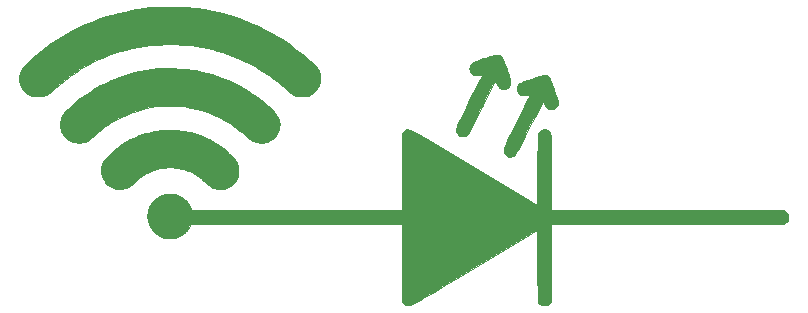
<source format=gbr>
G04 #@! TF.GenerationSoftware,KiCad,Pcbnew,(5.99.0-1157-ga17a78e42)*
G04 #@! TF.CreationDate,2020-04-19T13:41:11-07:00*
G04 #@! TF.ProjectId,signal-board,7369676e-616c-42d6-926f-6172642e6b69,rev?*
G04 #@! TF.SameCoordinates,Original*
G04 #@! TF.FileFunction,Legend,Bot*
G04 #@! TF.FilePolarity,Positive*
%FSLAX46Y46*%
G04 Gerber Fmt 4.6, Leading zero omitted, Abs format (unit mm)*
G04 Created by KiCad (PCBNEW (5.99.0-1157-ga17a78e42)) date 2020-04-19 13:41:11*
%MOMM*%
%LPD*%
G01*
G04 APERTURE LIST*
%ADD10C,0.005291*%
G04 APERTURE END LIST*
D10*
G36*
X144091916Y-72145222D02*
G01*
X144122444Y-72148287D01*
X144151415Y-72152897D01*
X144178973Y-72159037D01*
X144205263Y-72166688D01*
X144230429Y-72175836D01*
X144254616Y-72186464D01*
X144277967Y-72198554D01*
X144300628Y-72212091D01*
X144322742Y-72227059D01*
X144344454Y-72243440D01*
X144365908Y-72261218D01*
X144387249Y-72280377D01*
X144419351Y-72324751D01*
X144461011Y-72403201D01*
X144510624Y-72511106D01*
X144566585Y-72643847D01*
X144691135Y-72965357D01*
X144821825Y-73330772D01*
X144945817Y-73703131D01*
X145050276Y-74045477D01*
X145122365Y-74320851D01*
X145142259Y-74421873D01*
X145149247Y-74492292D01*
X145148418Y-74517104D01*
X145145968Y-74541897D01*
X145141948Y-74566619D01*
X145136410Y-74591222D01*
X145129408Y-74615654D01*
X145120993Y-74639865D01*
X145111217Y-74663805D01*
X145100133Y-74687423D01*
X145087794Y-74710669D01*
X145074251Y-74733492D01*
X145059557Y-74755843D01*
X145043765Y-74777670D01*
X145026926Y-74798924D01*
X145009093Y-74819554D01*
X144970653Y-74858741D01*
X144928865Y-74894826D01*
X144906846Y-74911581D01*
X144884147Y-74927408D01*
X144860820Y-74942260D01*
X144836917Y-74956084D01*
X144812491Y-74968830D01*
X144787595Y-74980449D01*
X144762279Y-74990890D01*
X144736598Y-75000102D01*
X144710602Y-75008035D01*
X144684345Y-75014638D01*
X144657879Y-75019862D01*
X144631255Y-75023656D01*
X144604527Y-75025969D01*
X144577747Y-75026751D01*
X144552062Y-75026181D01*
X144526616Y-75024483D01*
X144501429Y-75021676D01*
X144476523Y-75017780D01*
X144451920Y-75012815D01*
X144427640Y-75006799D01*
X144403705Y-74999752D01*
X144380137Y-74991694D01*
X144356956Y-74982643D01*
X144334184Y-74972620D01*
X144311842Y-74961643D01*
X144289951Y-74949733D01*
X144268534Y-74936907D01*
X144247610Y-74923186D01*
X144227202Y-74908590D01*
X144207331Y-74893136D01*
X144188018Y-74876846D01*
X144169284Y-74859738D01*
X144151151Y-74841831D01*
X144133640Y-74823146D01*
X144116773Y-74803701D01*
X144100570Y-74783515D01*
X144085053Y-74762609D01*
X144070244Y-74741001D01*
X144056163Y-74718711D01*
X144042832Y-74695758D01*
X144030272Y-74672162D01*
X144018505Y-74647942D01*
X144007552Y-74623117D01*
X143997434Y-74597707D01*
X143988172Y-74571731D01*
X143979789Y-74545209D01*
X143972789Y-74524579D01*
X143965712Y-74504436D01*
X143958604Y-74484899D01*
X143951511Y-74466082D01*
X143944480Y-74448103D01*
X143937558Y-74431076D01*
X143930791Y-74415120D01*
X143924226Y-74400350D01*
X143917909Y-74386882D01*
X143911886Y-74374832D01*
X143906204Y-74364317D01*
X143900911Y-74355453D01*
X143896051Y-74348357D01*
X143893798Y-74345508D01*
X143891672Y-74343144D01*
X143889677Y-74341281D01*
X143887820Y-74339931D01*
X143886106Y-74339111D01*
X143884542Y-74338834D01*
X143855829Y-74384196D01*
X143784824Y-74514204D01*
X143535288Y-74991694D01*
X143174628Y-75698379D01*
X142741538Y-76561334D01*
X142299684Y-77435782D01*
X142100089Y-77824141D01*
X141921330Y-78167355D01*
X141768367Y-78455998D01*
X141646163Y-78680646D01*
X141559677Y-78831872D01*
X141531379Y-78877006D01*
X141513871Y-78900250D01*
X141500064Y-78912026D01*
X141484529Y-78923515D01*
X141467397Y-78934678D01*
X141448800Y-78945478D01*
X141428869Y-78955874D01*
X141407738Y-78965828D01*
X141385536Y-78975302D01*
X141362397Y-78984256D01*
X141338452Y-78992652D01*
X141313832Y-79000451D01*
X141288670Y-79007615D01*
X141263097Y-79014104D01*
X141237245Y-79019881D01*
X141211246Y-79024905D01*
X141185231Y-79029139D01*
X141159333Y-79032543D01*
X141119811Y-79037039D01*
X141084266Y-79040480D01*
X141052210Y-79042681D01*
X141023153Y-79043456D01*
X141009597Y-79043251D01*
X140996608Y-79042619D01*
X140984124Y-79041538D01*
X140972086Y-79039984D01*
X140960431Y-79037933D01*
X140949099Y-79035364D01*
X140938028Y-79032252D01*
X140927158Y-79028573D01*
X140916427Y-79024306D01*
X140905775Y-79019427D01*
X140895141Y-79013912D01*
X140884463Y-79007738D01*
X140873680Y-79000881D01*
X140862732Y-78993320D01*
X140851556Y-78985030D01*
X140840093Y-78975988D01*
X140816060Y-78955555D01*
X140790143Y-78931835D01*
X140761855Y-78904643D01*
X140730706Y-78873793D01*
X140624872Y-78760363D01*
X140586900Y-78704628D01*
X140560711Y-78644018D01*
X140547668Y-78574386D01*
X140549135Y-78491583D01*
X140566478Y-78391464D01*
X140601060Y-78269881D01*
X140654245Y-78122687D01*
X140727398Y-77945735D01*
X140939065Y-77485970D01*
X141246974Y-76857409D01*
X141662040Y-76026876D01*
X142090582Y-75159042D01*
X142439253Y-74445991D01*
X142671837Y-73961142D01*
X142733280Y-73827238D01*
X142748309Y-73791431D01*
X142752121Y-73777918D01*
X142750945Y-73776522D01*
X142749407Y-73775309D01*
X142745290Y-73773422D01*
X142739855Y-73772232D01*
X142733188Y-73771717D01*
X142725373Y-73771852D01*
X142716497Y-73772616D01*
X142706643Y-73773984D01*
X142695899Y-73775933D01*
X142684348Y-73778441D01*
X142672077Y-73781483D01*
X142659169Y-73785038D01*
X142645712Y-73789080D01*
X142617486Y-73798537D01*
X142588082Y-73809668D01*
X142543674Y-73824305D01*
X142497979Y-73836478D01*
X142451323Y-73846201D01*
X142404031Y-73853489D01*
X142356429Y-73858360D01*
X142308842Y-73860827D01*
X142261597Y-73860908D01*
X142215018Y-73858616D01*
X142169432Y-73853967D01*
X142125163Y-73846978D01*
X142082537Y-73837663D01*
X142041881Y-73826039D01*
X142003519Y-73812120D01*
X141967777Y-73795922D01*
X141934980Y-73777460D01*
X141919789Y-73767386D01*
X141905456Y-73756751D01*
X141879008Y-73734586D01*
X141854235Y-73710829D01*
X141831139Y-73685595D01*
X141809720Y-73659000D01*
X141789979Y-73631156D01*
X141771917Y-73602179D01*
X141755536Y-73572182D01*
X141740835Y-73541281D01*
X141727817Y-73509588D01*
X141716481Y-73477220D01*
X141706830Y-73444289D01*
X141698864Y-73410911D01*
X141692583Y-73377200D01*
X141687989Y-73343269D01*
X141685084Y-73309234D01*
X141683867Y-73275209D01*
X141684340Y-73241308D01*
X141686504Y-73207645D01*
X141690359Y-73174334D01*
X141695908Y-73141491D01*
X141703150Y-73109229D01*
X141712086Y-73077663D01*
X141722718Y-73046907D01*
X141735047Y-73017075D01*
X141749074Y-72988282D01*
X141764799Y-72960642D01*
X141782223Y-72934269D01*
X141801348Y-72909278D01*
X141822174Y-72885783D01*
X141844703Y-72863898D01*
X141868935Y-72843738D01*
X141894872Y-72825417D01*
X141937051Y-72803600D01*
X142013026Y-72770930D01*
X142248754Y-72679236D01*
X142566834Y-72562736D01*
X142932041Y-72433835D01*
X143111571Y-72373103D01*
X143273900Y-72319806D01*
X143420184Y-72273810D01*
X143551578Y-72234984D01*
X143669235Y-72203196D01*
X143723274Y-72189901D01*
X143774313Y-72178316D01*
X143822495Y-72168424D01*
X143867964Y-72160209D01*
X143910867Y-72153656D01*
X143951346Y-72148746D01*
X143989546Y-72145465D01*
X144025611Y-72143794D01*
X144059686Y-72143719D01*
X144091916Y-72145222D01*
G37*
X144091916Y-72145222D02*
X144122444Y-72148287D01*
X144151415Y-72152897D01*
X144178973Y-72159037D01*
X144205263Y-72166688D01*
X144230429Y-72175836D01*
X144254616Y-72186464D01*
X144277967Y-72198554D01*
X144300628Y-72212091D01*
X144322742Y-72227059D01*
X144344454Y-72243440D01*
X144365908Y-72261218D01*
X144387249Y-72280377D01*
X144419351Y-72324751D01*
X144461011Y-72403201D01*
X144510624Y-72511106D01*
X144566585Y-72643847D01*
X144691135Y-72965357D01*
X144821825Y-73330772D01*
X144945817Y-73703131D01*
X145050276Y-74045477D01*
X145122365Y-74320851D01*
X145142259Y-74421873D01*
X145149247Y-74492292D01*
X145148418Y-74517104D01*
X145145968Y-74541897D01*
X145141948Y-74566619D01*
X145136410Y-74591222D01*
X145129408Y-74615654D01*
X145120993Y-74639865D01*
X145111217Y-74663805D01*
X145100133Y-74687423D01*
X145087794Y-74710669D01*
X145074251Y-74733492D01*
X145059557Y-74755843D01*
X145043765Y-74777670D01*
X145026926Y-74798924D01*
X145009093Y-74819554D01*
X144970653Y-74858741D01*
X144928865Y-74894826D01*
X144906846Y-74911581D01*
X144884147Y-74927408D01*
X144860820Y-74942260D01*
X144836917Y-74956084D01*
X144812491Y-74968830D01*
X144787595Y-74980449D01*
X144762279Y-74990890D01*
X144736598Y-75000102D01*
X144710602Y-75008035D01*
X144684345Y-75014638D01*
X144657879Y-75019862D01*
X144631255Y-75023656D01*
X144604527Y-75025969D01*
X144577747Y-75026751D01*
X144552062Y-75026181D01*
X144526616Y-75024483D01*
X144501429Y-75021676D01*
X144476523Y-75017780D01*
X144451920Y-75012815D01*
X144427640Y-75006799D01*
X144403705Y-74999752D01*
X144380137Y-74991694D01*
X144356956Y-74982643D01*
X144334184Y-74972620D01*
X144311842Y-74961643D01*
X144289951Y-74949733D01*
X144268534Y-74936907D01*
X144247610Y-74923186D01*
X144227202Y-74908590D01*
X144207331Y-74893136D01*
X144188018Y-74876846D01*
X144169284Y-74859738D01*
X144151151Y-74841831D01*
X144133640Y-74823146D01*
X144116773Y-74803701D01*
X144100570Y-74783515D01*
X144085053Y-74762609D01*
X144070244Y-74741001D01*
X144056163Y-74718711D01*
X144042832Y-74695758D01*
X144030272Y-74672162D01*
X144018505Y-74647942D01*
X144007552Y-74623117D01*
X143997434Y-74597707D01*
X143988172Y-74571731D01*
X143979789Y-74545209D01*
X143972789Y-74524579D01*
X143965712Y-74504436D01*
X143958604Y-74484899D01*
X143951511Y-74466082D01*
X143944480Y-74448103D01*
X143937558Y-74431076D01*
X143930791Y-74415120D01*
X143924226Y-74400350D01*
X143917909Y-74386882D01*
X143911886Y-74374832D01*
X143906204Y-74364317D01*
X143900911Y-74355453D01*
X143896051Y-74348357D01*
X143893798Y-74345508D01*
X143891672Y-74343144D01*
X143889677Y-74341281D01*
X143887820Y-74339931D01*
X143886106Y-74339111D01*
X143884542Y-74338834D01*
X143855829Y-74384196D01*
X143784824Y-74514204D01*
X143535288Y-74991694D01*
X143174628Y-75698379D01*
X142741538Y-76561334D01*
X142299684Y-77435782D01*
X142100089Y-77824141D01*
X141921330Y-78167355D01*
X141768367Y-78455998D01*
X141646163Y-78680646D01*
X141559677Y-78831872D01*
X141531379Y-78877006D01*
X141513871Y-78900250D01*
X141500064Y-78912026D01*
X141484529Y-78923515D01*
X141467397Y-78934678D01*
X141448800Y-78945478D01*
X141428869Y-78955874D01*
X141407738Y-78965828D01*
X141385536Y-78975302D01*
X141362397Y-78984256D01*
X141338452Y-78992652D01*
X141313832Y-79000451D01*
X141288670Y-79007615D01*
X141263097Y-79014104D01*
X141237245Y-79019881D01*
X141211246Y-79024905D01*
X141185231Y-79029139D01*
X141159333Y-79032543D01*
X141119811Y-79037039D01*
X141084266Y-79040480D01*
X141052210Y-79042681D01*
X141023153Y-79043456D01*
X141009597Y-79043251D01*
X140996608Y-79042619D01*
X140984124Y-79041538D01*
X140972086Y-79039984D01*
X140960431Y-79037933D01*
X140949099Y-79035364D01*
X140938028Y-79032252D01*
X140927158Y-79028573D01*
X140916427Y-79024306D01*
X140905775Y-79019427D01*
X140895141Y-79013912D01*
X140884463Y-79007738D01*
X140873680Y-79000881D01*
X140862732Y-78993320D01*
X140851556Y-78985030D01*
X140840093Y-78975988D01*
X140816060Y-78955555D01*
X140790143Y-78931835D01*
X140761855Y-78904643D01*
X140730706Y-78873793D01*
X140624872Y-78760363D01*
X140586900Y-78704628D01*
X140560711Y-78644018D01*
X140547668Y-78574386D01*
X140549135Y-78491583D01*
X140566478Y-78391464D01*
X140601060Y-78269881D01*
X140654245Y-78122687D01*
X140727398Y-77945735D01*
X140939065Y-77485970D01*
X141246974Y-76857409D01*
X141662040Y-76026876D01*
X142090582Y-75159042D01*
X142439253Y-74445991D01*
X142671837Y-73961142D01*
X142733280Y-73827238D01*
X142748309Y-73791431D01*
X142752121Y-73777918D01*
X142750945Y-73776522D01*
X142749407Y-73775309D01*
X142745290Y-73773422D01*
X142739855Y-73772232D01*
X142733188Y-73771717D01*
X142725373Y-73771852D01*
X142716497Y-73772616D01*
X142706643Y-73773984D01*
X142695899Y-73775933D01*
X142684348Y-73778441D01*
X142672077Y-73781483D01*
X142659169Y-73785038D01*
X142645712Y-73789080D01*
X142617486Y-73798537D01*
X142588082Y-73809668D01*
X142543674Y-73824305D01*
X142497979Y-73836478D01*
X142451323Y-73846201D01*
X142404031Y-73853489D01*
X142356429Y-73858360D01*
X142308842Y-73860827D01*
X142261597Y-73860908D01*
X142215018Y-73858616D01*
X142169432Y-73853967D01*
X142125163Y-73846978D01*
X142082537Y-73837663D01*
X142041881Y-73826039D01*
X142003519Y-73812120D01*
X141967777Y-73795922D01*
X141934980Y-73777460D01*
X141919789Y-73767386D01*
X141905456Y-73756751D01*
X141879008Y-73734586D01*
X141854235Y-73710829D01*
X141831139Y-73685595D01*
X141809720Y-73659000D01*
X141789979Y-73631156D01*
X141771917Y-73602179D01*
X141755536Y-73572182D01*
X141740835Y-73541281D01*
X141727817Y-73509588D01*
X141716481Y-73477220D01*
X141706830Y-73444289D01*
X141698864Y-73410911D01*
X141692583Y-73377200D01*
X141687989Y-73343269D01*
X141685084Y-73309234D01*
X141683867Y-73275209D01*
X141684340Y-73241308D01*
X141686504Y-73207645D01*
X141690359Y-73174334D01*
X141695908Y-73141491D01*
X141703150Y-73109229D01*
X141712086Y-73077663D01*
X141722718Y-73046907D01*
X141735047Y-73017075D01*
X141749074Y-72988282D01*
X141764799Y-72960642D01*
X141782223Y-72934269D01*
X141801348Y-72909278D01*
X141822174Y-72885783D01*
X141844703Y-72863898D01*
X141868935Y-72843738D01*
X141894872Y-72825417D01*
X141937051Y-72803600D01*
X142013026Y-72770930D01*
X142248754Y-72679236D01*
X142566834Y-72562736D01*
X142932041Y-72433835D01*
X143111571Y-72373103D01*
X143273900Y-72319806D01*
X143420184Y-72273810D01*
X143551578Y-72234984D01*
X143669235Y-72203196D01*
X143723274Y-72189901D01*
X143774313Y-72178316D01*
X143822495Y-72168424D01*
X143867964Y-72160209D01*
X143910867Y-72153656D01*
X143951346Y-72148746D01*
X143989546Y-72145465D01*
X144025611Y-72143794D01*
X144059686Y-72143719D01*
X144091916Y-72145222D01*
G36*
X112275442Y-71558281D02*
G01*
X112689505Y-71570631D01*
X113106296Y-71588687D01*
X113497228Y-71611394D01*
X113833714Y-71637697D01*
X114087165Y-71666543D01*
X114542809Y-71744207D01*
X114994624Y-71838150D01*
X115442129Y-71948154D01*
X115884844Y-72074001D01*
X116322288Y-72215476D01*
X116753980Y-72372360D01*
X117179439Y-72544437D01*
X117598187Y-72731491D01*
X118009740Y-72933303D01*
X118413620Y-73149656D01*
X118809345Y-73380335D01*
X119196435Y-73625121D01*
X119574409Y-73883798D01*
X119942787Y-74156148D01*
X120301088Y-74441955D01*
X120648831Y-74741002D01*
X120790437Y-74871858D01*
X120919719Y-74998815D01*
X121036877Y-75122315D01*
X121142114Y-75242800D01*
X121235630Y-75360711D01*
X121317628Y-75476491D01*
X121388309Y-75590581D01*
X121447874Y-75703423D01*
X121473551Y-75759514D01*
X121496525Y-75815459D01*
X121516820Y-75871312D01*
X121534463Y-75927130D01*
X121549478Y-75982967D01*
X121561890Y-76038879D01*
X121571725Y-76094921D01*
X121579008Y-76151147D01*
X121583764Y-76207614D01*
X121586018Y-76264377D01*
X121585795Y-76321490D01*
X121583121Y-76379009D01*
X121578021Y-76436990D01*
X121570519Y-76495487D01*
X121548414Y-76614251D01*
X121525657Y-76707828D01*
X121499064Y-76798064D01*
X121468640Y-76884967D01*
X121434396Y-76968545D01*
X121396338Y-77048805D01*
X121354473Y-77125755D01*
X121308811Y-77199403D01*
X121259358Y-77269756D01*
X121206122Y-77336823D01*
X121149111Y-77400611D01*
X121088333Y-77461128D01*
X121023796Y-77518382D01*
X120955507Y-77572380D01*
X120883474Y-77623130D01*
X120807705Y-77670640D01*
X120728207Y-77714917D01*
X120650682Y-77752734D01*
X120614086Y-77768879D01*
X120578304Y-77783296D01*
X120542863Y-77796069D01*
X120507290Y-77807284D01*
X120471112Y-77817026D01*
X120433857Y-77825381D01*
X120395052Y-77832433D01*
X120354224Y-77838269D01*
X120310900Y-77842973D01*
X120264607Y-77846630D01*
X120214872Y-77849326D01*
X120161222Y-77851146D01*
X120040289Y-77852500D01*
X119942399Y-77851652D01*
X119848756Y-77846951D01*
X119758772Y-77838141D01*
X119671858Y-77824968D01*
X119587424Y-77807174D01*
X119504881Y-77784505D01*
X119423641Y-77756704D01*
X119343114Y-77723516D01*
X119262711Y-77684685D01*
X119181842Y-77639955D01*
X119099920Y-77589071D01*
X119016354Y-77531776D01*
X118930556Y-77467814D01*
X118841936Y-77396931D01*
X118749905Y-77318870D01*
X118653875Y-77233375D01*
X118372879Y-76982786D01*
X118232458Y-76864166D01*
X118091635Y-76749684D01*
X117950067Y-76639110D01*
X117807414Y-76532210D01*
X117663335Y-76428751D01*
X117517488Y-76328501D01*
X117369534Y-76231228D01*
X117219129Y-76136699D01*
X117065935Y-76044681D01*
X116909608Y-75954943D01*
X116749809Y-75867250D01*
X116586197Y-75781372D01*
X116246166Y-75614126D01*
X115703734Y-75377292D01*
X115152900Y-75176727D01*
X114595058Y-75012361D01*
X114031603Y-74884124D01*
X113463933Y-74791948D01*
X112893440Y-74735761D01*
X112321522Y-74715495D01*
X111749572Y-74731079D01*
X111178987Y-74782444D01*
X110611161Y-74869520D01*
X110047490Y-74992238D01*
X109489369Y-75150527D01*
X108938193Y-75344317D01*
X108395358Y-75573540D01*
X107862259Y-75838124D01*
X107340291Y-76138001D01*
X107160230Y-76250790D01*
X106984261Y-76367610D01*
X106811021Y-76489515D01*
X106639146Y-76617558D01*
X106467270Y-76752795D01*
X106294030Y-76896280D01*
X106118061Y-77049067D01*
X105938000Y-77212209D01*
X105835351Y-77304860D01*
X105739159Y-77388612D01*
X105648564Y-77463868D01*
X105562705Y-77531032D01*
X105480722Y-77590507D01*
X105401753Y-77642695D01*
X105324940Y-77687999D01*
X105249422Y-77726824D01*
X105174337Y-77759571D01*
X105098826Y-77786644D01*
X105022028Y-77808446D01*
X104943084Y-77825381D01*
X104861131Y-77837850D01*
X104775311Y-77846258D01*
X104684762Y-77851007D01*
X104588624Y-77852500D01*
X104495794Y-77852043D01*
X104407561Y-77848594D01*
X104323560Y-77842013D01*
X104243426Y-77832161D01*
X104166797Y-77818898D01*
X104093306Y-77802085D01*
X104022591Y-77781583D01*
X103954286Y-77757251D01*
X103888028Y-77728950D01*
X103823452Y-77696542D01*
X103760194Y-77659885D01*
X103697889Y-77618841D01*
X103636173Y-77573270D01*
X103574682Y-77523033D01*
X103513051Y-77467990D01*
X103450916Y-77408001D01*
X103394534Y-77349420D01*
X103342406Y-77290582D01*
X103294449Y-77231233D01*
X103250577Y-77171116D01*
X103210705Y-77109977D01*
X103174747Y-77047558D01*
X103142619Y-76983604D01*
X103114234Y-76917860D01*
X103089508Y-76850070D01*
X103068356Y-76779977D01*
X103050692Y-76707326D01*
X103036430Y-76631862D01*
X103025487Y-76553328D01*
X103017775Y-76471469D01*
X103013211Y-76386029D01*
X103011708Y-76296751D01*
X103012854Y-76189059D01*
X103018643Y-76087575D01*
X103029626Y-75991316D01*
X103046352Y-75899297D01*
X103069373Y-75810534D01*
X103099238Y-75724042D01*
X103136498Y-75638836D01*
X103181703Y-75553933D01*
X103235404Y-75468348D01*
X103298151Y-75381096D01*
X103370494Y-75291193D01*
X103452984Y-75197655D01*
X103546171Y-75099497D01*
X103650605Y-74995735D01*
X103766837Y-74885384D01*
X103895417Y-74767460D01*
X104284477Y-74431757D01*
X104685436Y-74113339D01*
X105097913Y-73812378D01*
X105521529Y-73529044D01*
X105955904Y-73263508D01*
X106400659Y-73015939D01*
X106855413Y-72786508D01*
X107319786Y-72575387D01*
X107793399Y-72382745D01*
X108275872Y-72208753D01*
X108766826Y-72053582D01*
X109265879Y-71917401D01*
X109772653Y-71800383D01*
X110286768Y-71702696D01*
X110807843Y-71624513D01*
X111335500Y-71566002D01*
X111569852Y-71554912D01*
X111892695Y-71552689D01*
X112275442Y-71558281D01*
G37*
X112275442Y-71558281D02*
X112689505Y-71570631D01*
X113106296Y-71588687D01*
X113497228Y-71611394D01*
X113833714Y-71637697D01*
X114087165Y-71666543D01*
X114542809Y-71744207D01*
X114994624Y-71838150D01*
X115442129Y-71948154D01*
X115884844Y-72074001D01*
X116322288Y-72215476D01*
X116753980Y-72372360D01*
X117179439Y-72544437D01*
X117598187Y-72731491D01*
X118009740Y-72933303D01*
X118413620Y-73149656D01*
X118809345Y-73380335D01*
X119196435Y-73625121D01*
X119574409Y-73883798D01*
X119942787Y-74156148D01*
X120301088Y-74441955D01*
X120648831Y-74741002D01*
X120790437Y-74871858D01*
X120919719Y-74998815D01*
X121036877Y-75122315D01*
X121142114Y-75242800D01*
X121235630Y-75360711D01*
X121317628Y-75476491D01*
X121388309Y-75590581D01*
X121447874Y-75703423D01*
X121473551Y-75759514D01*
X121496525Y-75815459D01*
X121516820Y-75871312D01*
X121534463Y-75927130D01*
X121549478Y-75982967D01*
X121561890Y-76038879D01*
X121571725Y-76094921D01*
X121579008Y-76151147D01*
X121583764Y-76207614D01*
X121586018Y-76264377D01*
X121585795Y-76321490D01*
X121583121Y-76379009D01*
X121578021Y-76436990D01*
X121570519Y-76495487D01*
X121548414Y-76614251D01*
X121525657Y-76707828D01*
X121499064Y-76798064D01*
X121468640Y-76884967D01*
X121434396Y-76968545D01*
X121396338Y-77048805D01*
X121354473Y-77125755D01*
X121308811Y-77199403D01*
X121259358Y-77269756D01*
X121206122Y-77336823D01*
X121149111Y-77400611D01*
X121088333Y-77461128D01*
X121023796Y-77518382D01*
X120955507Y-77572380D01*
X120883474Y-77623130D01*
X120807705Y-77670640D01*
X120728207Y-77714917D01*
X120650682Y-77752734D01*
X120614086Y-77768879D01*
X120578304Y-77783296D01*
X120542863Y-77796069D01*
X120507290Y-77807284D01*
X120471112Y-77817026D01*
X120433857Y-77825381D01*
X120395052Y-77832433D01*
X120354224Y-77838269D01*
X120310900Y-77842973D01*
X120264607Y-77846630D01*
X120214872Y-77849326D01*
X120161222Y-77851146D01*
X120040289Y-77852500D01*
X119942399Y-77851652D01*
X119848756Y-77846951D01*
X119758772Y-77838141D01*
X119671858Y-77824968D01*
X119587424Y-77807174D01*
X119504881Y-77784505D01*
X119423641Y-77756704D01*
X119343114Y-77723516D01*
X119262711Y-77684685D01*
X119181842Y-77639955D01*
X119099920Y-77589071D01*
X119016354Y-77531776D01*
X118930556Y-77467814D01*
X118841936Y-77396931D01*
X118749905Y-77318870D01*
X118653875Y-77233375D01*
X118372879Y-76982786D01*
X118232458Y-76864166D01*
X118091635Y-76749684D01*
X117950067Y-76639110D01*
X117807414Y-76532210D01*
X117663335Y-76428751D01*
X117517488Y-76328501D01*
X117369534Y-76231228D01*
X117219129Y-76136699D01*
X117065935Y-76044681D01*
X116909608Y-75954943D01*
X116749809Y-75867250D01*
X116586197Y-75781372D01*
X116246166Y-75614126D01*
X115703734Y-75377292D01*
X115152900Y-75176727D01*
X114595058Y-75012361D01*
X114031603Y-74884124D01*
X113463933Y-74791948D01*
X112893440Y-74735761D01*
X112321522Y-74715495D01*
X111749572Y-74731079D01*
X111178987Y-74782444D01*
X110611161Y-74869520D01*
X110047490Y-74992238D01*
X109489369Y-75150527D01*
X108938193Y-75344317D01*
X108395358Y-75573540D01*
X107862259Y-75838124D01*
X107340291Y-76138001D01*
X107160230Y-76250790D01*
X106984261Y-76367610D01*
X106811021Y-76489515D01*
X106639146Y-76617558D01*
X106467270Y-76752795D01*
X106294030Y-76896280D01*
X106118061Y-77049067D01*
X105938000Y-77212209D01*
X105835351Y-77304860D01*
X105739159Y-77388612D01*
X105648564Y-77463868D01*
X105562705Y-77531032D01*
X105480722Y-77590507D01*
X105401753Y-77642695D01*
X105324940Y-77687999D01*
X105249422Y-77726824D01*
X105174337Y-77759571D01*
X105098826Y-77786644D01*
X105022028Y-77808446D01*
X104943084Y-77825381D01*
X104861131Y-77837850D01*
X104775311Y-77846258D01*
X104684762Y-77851007D01*
X104588624Y-77852500D01*
X104495794Y-77852043D01*
X104407561Y-77848594D01*
X104323560Y-77842013D01*
X104243426Y-77832161D01*
X104166797Y-77818898D01*
X104093306Y-77802085D01*
X104022591Y-77781583D01*
X103954286Y-77757251D01*
X103888028Y-77728950D01*
X103823452Y-77696542D01*
X103760194Y-77659885D01*
X103697889Y-77618841D01*
X103636173Y-77573270D01*
X103574682Y-77523033D01*
X103513051Y-77467990D01*
X103450916Y-77408001D01*
X103394534Y-77349420D01*
X103342406Y-77290582D01*
X103294449Y-77231233D01*
X103250577Y-77171116D01*
X103210705Y-77109977D01*
X103174747Y-77047558D01*
X103142619Y-76983604D01*
X103114234Y-76917860D01*
X103089508Y-76850070D01*
X103068356Y-76779977D01*
X103050692Y-76707326D01*
X103036430Y-76631862D01*
X103025487Y-76553328D01*
X103017775Y-76471469D01*
X103013211Y-76386029D01*
X103011708Y-76296751D01*
X103012854Y-76189059D01*
X103018643Y-76087575D01*
X103029626Y-75991316D01*
X103046352Y-75899297D01*
X103069373Y-75810534D01*
X103099238Y-75724042D01*
X103136498Y-75638836D01*
X103181703Y-75553933D01*
X103235404Y-75468348D01*
X103298151Y-75381096D01*
X103370494Y-75291193D01*
X103452984Y-75197655D01*
X103546171Y-75099497D01*
X103650605Y-74995735D01*
X103766837Y-74885384D01*
X103895417Y-74767460D01*
X104284477Y-74431757D01*
X104685436Y-74113339D01*
X105097913Y-73812378D01*
X105521529Y-73529044D01*
X105955904Y-73263508D01*
X106400659Y-73015939D01*
X106855413Y-72786508D01*
X107319786Y-72575387D01*
X107793399Y-72382745D01*
X108275872Y-72208753D01*
X108766826Y-72053582D01*
X109265879Y-71917401D01*
X109772653Y-71800383D01*
X110286768Y-71702696D01*
X110807843Y-71624513D01*
X111335500Y-71566002D01*
X111569852Y-71554912D01*
X111892695Y-71552689D01*
X112275442Y-71558281D01*
G36*
X140042105Y-70428522D02*
G01*
X140108161Y-70432107D01*
X140167846Y-70440421D01*
X140222128Y-70454834D01*
X140271976Y-70476721D01*
X140295540Y-70490895D01*
X140318359Y-70507451D01*
X140362246Y-70548398D01*
X140404607Y-70600934D01*
X140446409Y-70666430D01*
X140488623Y-70746258D01*
X140532216Y-70841791D01*
X140578157Y-70954400D01*
X140627417Y-71085458D01*
X140680963Y-71236336D01*
X140804790Y-71603042D01*
X140870315Y-71799950D01*
X140931128Y-71990657D01*
X140985988Y-72170450D01*
X141033654Y-72334616D01*
X141072887Y-72478441D01*
X141102447Y-72597215D01*
X141121092Y-72686222D01*
X141125934Y-72718091D01*
X141127582Y-72740751D01*
X141127074Y-72763986D01*
X141125560Y-72787044D01*
X141123061Y-72809902D01*
X141119593Y-72832539D01*
X141115176Y-72854931D01*
X141109827Y-72877057D01*
X141103566Y-72898894D01*
X141096411Y-72920420D01*
X141088379Y-72941612D01*
X141079490Y-72962449D01*
X141069762Y-72982909D01*
X141059214Y-73002968D01*
X141047863Y-73022604D01*
X141035728Y-73041796D01*
X141022827Y-73060521D01*
X141009180Y-73078756D01*
X140994804Y-73096480D01*
X140979718Y-73113670D01*
X140963940Y-73130304D01*
X140947488Y-73146359D01*
X140930382Y-73161814D01*
X140912639Y-73176646D01*
X140894278Y-73190832D01*
X140875317Y-73204351D01*
X140855774Y-73217180D01*
X140835669Y-73229296D01*
X140815019Y-73240678D01*
X140793843Y-73251304D01*
X140772160Y-73261151D01*
X140749987Y-73270196D01*
X140727343Y-73278417D01*
X140704247Y-73285793D01*
X140673745Y-73295028D01*
X140645521Y-73302867D01*
X140619251Y-73309280D01*
X140594609Y-73314236D01*
X140571270Y-73317703D01*
X140548907Y-73319652D01*
X140527195Y-73320049D01*
X140505809Y-73318866D01*
X140484423Y-73316070D01*
X140462711Y-73311631D01*
X140440348Y-73305518D01*
X140417008Y-73297699D01*
X140392366Y-73288144D01*
X140366096Y-73276822D01*
X140337873Y-73263701D01*
X140307370Y-73248751D01*
X140271810Y-73229613D01*
X140238435Y-73209746D01*
X140207075Y-73188917D01*
X140177560Y-73166895D01*
X140149719Y-73143447D01*
X140123383Y-73118340D01*
X140098379Y-73091342D01*
X140074538Y-73062220D01*
X140051689Y-73030741D01*
X140029663Y-72996673D01*
X140008287Y-72959784D01*
X139987392Y-72919841D01*
X139966806Y-72876611D01*
X139946361Y-72829862D01*
X139925885Y-72779361D01*
X139905207Y-72724876D01*
X139895032Y-72699348D01*
X139883337Y-72682130D01*
X139868604Y-72675949D01*
X139849313Y-72683535D01*
X139823945Y-72707616D01*
X139790980Y-72750921D01*
X139696185Y-72906116D01*
X139552773Y-73170947D01*
X139348589Y-73567243D01*
X138709290Y-74841543D01*
X138478741Y-75299779D01*
X138258919Y-75731287D01*
X138055097Y-76126208D01*
X137872544Y-76474683D01*
X137716533Y-76766851D01*
X137592334Y-76992852D01*
X137505218Y-77142827D01*
X137477213Y-77186224D01*
X137460456Y-77206916D01*
X137445831Y-77217578D01*
X137429780Y-77227721D01*
X137412365Y-77237322D01*
X137393648Y-77246356D01*
X137373691Y-77254802D01*
X137352555Y-77262635D01*
X137330304Y-77269832D01*
X137306998Y-77276370D01*
X137282700Y-77282227D01*
X137257471Y-77287378D01*
X137231375Y-77291800D01*
X137204472Y-77295470D01*
X137176826Y-77298365D01*
X137148497Y-77300462D01*
X137119548Y-77301737D01*
X137090040Y-77302168D01*
X137050232Y-77301895D01*
X137013921Y-77300979D01*
X136980756Y-77299272D01*
X136950389Y-77296628D01*
X136922473Y-77292898D01*
X136909324Y-77290580D01*
X136896656Y-77287936D01*
X136884427Y-77284947D01*
X136872592Y-77281594D01*
X136861108Y-77277860D01*
X136849931Y-77273725D01*
X136839017Y-77269172D01*
X136828324Y-77264182D01*
X136817806Y-77258736D01*
X136807422Y-77252817D01*
X136797127Y-77246405D01*
X136786877Y-77239483D01*
X136776629Y-77232032D01*
X136766339Y-77224033D01*
X136745461Y-77206320D01*
X136723893Y-77186195D01*
X136701285Y-77163513D01*
X136677291Y-77138126D01*
X136585885Y-77030546D01*
X136554088Y-76976334D01*
X136533422Y-76916455D01*
X136525283Y-76846871D01*
X136531066Y-76763545D01*
X136552165Y-76662436D01*
X136589976Y-76539507D01*
X136645895Y-76390718D01*
X136721317Y-76212033D01*
X136936249Y-75748816D01*
X137245936Y-75117547D01*
X137661538Y-74285918D01*
X138799245Y-72015793D01*
X138582288Y-72095168D01*
X138530160Y-72111907D01*
X138480775Y-72126391D01*
X138433902Y-72138596D01*
X138389308Y-72148498D01*
X138346760Y-72156075D01*
X138306027Y-72161303D01*
X138266874Y-72164160D01*
X138229071Y-72164621D01*
X138192383Y-72162664D01*
X138156580Y-72158265D01*
X138121427Y-72151401D01*
X138086693Y-72142049D01*
X138052145Y-72130185D01*
X138017551Y-72115786D01*
X137982677Y-72098830D01*
X137947292Y-72079292D01*
X137906009Y-72051984D01*
X137867555Y-72021807D01*
X137832031Y-71988996D01*
X137799538Y-71953781D01*
X137770176Y-71916395D01*
X137744047Y-71877072D01*
X137721251Y-71836044D01*
X137701889Y-71793543D01*
X137686062Y-71749801D01*
X137673870Y-71705052D01*
X137665414Y-71659528D01*
X137660796Y-71613461D01*
X137660115Y-71567084D01*
X137663473Y-71520630D01*
X137666697Y-71497446D01*
X137670970Y-71474330D01*
X137676302Y-71451311D01*
X137682707Y-71428418D01*
X137689143Y-71408289D01*
X137696494Y-71387687D01*
X137704682Y-71366759D01*
X137713629Y-71345653D01*
X137723259Y-71324516D01*
X137733494Y-71303496D01*
X137744255Y-71282738D01*
X137755466Y-71262392D01*
X137767050Y-71242604D01*
X137778928Y-71223521D01*
X137791023Y-71205291D01*
X137803257Y-71188060D01*
X137815554Y-71171977D01*
X137827835Y-71157189D01*
X137840023Y-71143842D01*
X137852041Y-71132084D01*
X137867455Y-71120708D01*
X137891521Y-71106556D01*
X137963495Y-71070734D01*
X138063747Y-71026230D01*
X138188060Y-70974657D01*
X138332216Y-70917627D01*
X138491999Y-70856752D01*
X138663193Y-70793645D01*
X138841579Y-70729918D01*
X139040421Y-70663782D01*
X139226798Y-70604654D01*
X139398664Y-70553091D01*
X139553972Y-70509652D01*
X139690677Y-70474895D01*
X139806732Y-70449377D01*
X139856377Y-70440258D01*
X139900091Y-70433658D01*
X139937620Y-70429646D01*
X139968708Y-70428294D01*
X140042105Y-70428522D01*
G37*
X140042105Y-70428522D02*
X140108161Y-70432107D01*
X140167846Y-70440421D01*
X140222128Y-70454834D01*
X140271976Y-70476721D01*
X140295540Y-70490895D01*
X140318359Y-70507451D01*
X140362246Y-70548398D01*
X140404607Y-70600934D01*
X140446409Y-70666430D01*
X140488623Y-70746258D01*
X140532216Y-70841791D01*
X140578157Y-70954400D01*
X140627417Y-71085458D01*
X140680963Y-71236336D01*
X140804790Y-71603042D01*
X140870315Y-71799950D01*
X140931128Y-71990657D01*
X140985988Y-72170450D01*
X141033654Y-72334616D01*
X141072887Y-72478441D01*
X141102447Y-72597215D01*
X141121092Y-72686222D01*
X141125934Y-72718091D01*
X141127582Y-72740751D01*
X141127074Y-72763986D01*
X141125560Y-72787044D01*
X141123061Y-72809902D01*
X141119593Y-72832539D01*
X141115176Y-72854931D01*
X141109827Y-72877057D01*
X141103566Y-72898894D01*
X141096411Y-72920420D01*
X141088379Y-72941612D01*
X141079490Y-72962449D01*
X141069762Y-72982909D01*
X141059214Y-73002968D01*
X141047863Y-73022604D01*
X141035728Y-73041796D01*
X141022827Y-73060521D01*
X141009180Y-73078756D01*
X140994804Y-73096480D01*
X140979718Y-73113670D01*
X140963940Y-73130304D01*
X140947488Y-73146359D01*
X140930382Y-73161814D01*
X140912639Y-73176646D01*
X140894278Y-73190832D01*
X140875317Y-73204351D01*
X140855774Y-73217180D01*
X140835669Y-73229296D01*
X140815019Y-73240678D01*
X140793843Y-73251304D01*
X140772160Y-73261151D01*
X140749987Y-73270196D01*
X140727343Y-73278417D01*
X140704247Y-73285793D01*
X140673745Y-73295028D01*
X140645521Y-73302867D01*
X140619251Y-73309280D01*
X140594609Y-73314236D01*
X140571270Y-73317703D01*
X140548907Y-73319652D01*
X140527195Y-73320049D01*
X140505809Y-73318866D01*
X140484423Y-73316070D01*
X140462711Y-73311631D01*
X140440348Y-73305518D01*
X140417008Y-73297699D01*
X140392366Y-73288144D01*
X140366096Y-73276822D01*
X140337873Y-73263701D01*
X140307370Y-73248751D01*
X140271810Y-73229613D01*
X140238435Y-73209746D01*
X140207075Y-73188917D01*
X140177560Y-73166895D01*
X140149719Y-73143447D01*
X140123383Y-73118340D01*
X140098379Y-73091342D01*
X140074538Y-73062220D01*
X140051689Y-73030741D01*
X140029663Y-72996673D01*
X140008287Y-72959784D01*
X139987392Y-72919841D01*
X139966806Y-72876611D01*
X139946361Y-72829862D01*
X139925885Y-72779361D01*
X139905207Y-72724876D01*
X139895032Y-72699348D01*
X139883337Y-72682130D01*
X139868604Y-72675949D01*
X139849313Y-72683535D01*
X139823945Y-72707616D01*
X139790980Y-72750921D01*
X139696185Y-72906116D01*
X139552773Y-73170947D01*
X139348589Y-73567243D01*
X138709290Y-74841543D01*
X138478741Y-75299779D01*
X138258919Y-75731287D01*
X138055097Y-76126208D01*
X137872544Y-76474683D01*
X137716533Y-76766851D01*
X137592334Y-76992852D01*
X137505218Y-77142827D01*
X137477213Y-77186224D01*
X137460456Y-77206916D01*
X137445831Y-77217578D01*
X137429780Y-77227721D01*
X137412365Y-77237322D01*
X137393648Y-77246356D01*
X137373691Y-77254802D01*
X137352555Y-77262635D01*
X137330304Y-77269832D01*
X137306998Y-77276370D01*
X137282700Y-77282227D01*
X137257471Y-77287378D01*
X137231375Y-77291800D01*
X137204472Y-77295470D01*
X137176826Y-77298365D01*
X137148497Y-77300462D01*
X137119548Y-77301737D01*
X137090040Y-77302168D01*
X137050232Y-77301895D01*
X137013921Y-77300979D01*
X136980756Y-77299272D01*
X136950389Y-77296628D01*
X136922473Y-77292898D01*
X136909324Y-77290580D01*
X136896656Y-77287936D01*
X136884427Y-77284947D01*
X136872592Y-77281594D01*
X136861108Y-77277860D01*
X136849931Y-77273725D01*
X136839017Y-77269172D01*
X136828324Y-77264182D01*
X136817806Y-77258736D01*
X136807422Y-77252817D01*
X136797127Y-77246405D01*
X136786877Y-77239483D01*
X136776629Y-77232032D01*
X136766339Y-77224033D01*
X136745461Y-77206320D01*
X136723893Y-77186195D01*
X136701285Y-77163513D01*
X136677291Y-77138126D01*
X136585885Y-77030546D01*
X136554088Y-76976334D01*
X136533422Y-76916455D01*
X136525283Y-76846871D01*
X136531066Y-76763545D01*
X136552165Y-76662436D01*
X136589976Y-76539507D01*
X136645895Y-76390718D01*
X136721317Y-76212033D01*
X136936249Y-75748816D01*
X137245936Y-75117547D01*
X137661538Y-74285918D01*
X138799245Y-72015793D01*
X138582288Y-72095168D01*
X138530160Y-72111907D01*
X138480775Y-72126391D01*
X138433902Y-72138596D01*
X138389308Y-72148498D01*
X138346760Y-72156075D01*
X138306027Y-72161303D01*
X138266874Y-72164160D01*
X138229071Y-72164621D01*
X138192383Y-72162664D01*
X138156580Y-72158265D01*
X138121427Y-72151401D01*
X138086693Y-72142049D01*
X138052145Y-72130185D01*
X138017551Y-72115786D01*
X137982677Y-72098830D01*
X137947292Y-72079292D01*
X137906009Y-72051984D01*
X137867555Y-72021807D01*
X137832031Y-71988996D01*
X137799538Y-71953781D01*
X137770176Y-71916395D01*
X137744047Y-71877072D01*
X137721251Y-71836044D01*
X137701889Y-71793543D01*
X137686062Y-71749801D01*
X137673870Y-71705052D01*
X137665414Y-71659528D01*
X137660796Y-71613461D01*
X137660115Y-71567084D01*
X137663473Y-71520630D01*
X137666697Y-71497446D01*
X137670970Y-71474330D01*
X137676302Y-71451311D01*
X137682707Y-71428418D01*
X137689143Y-71408289D01*
X137696494Y-71387687D01*
X137704682Y-71366759D01*
X137713629Y-71345653D01*
X137723259Y-71324516D01*
X137733494Y-71303496D01*
X137744255Y-71282738D01*
X137755466Y-71262392D01*
X137767050Y-71242604D01*
X137778928Y-71223521D01*
X137791023Y-71205291D01*
X137803257Y-71188060D01*
X137815554Y-71171977D01*
X137827835Y-71157189D01*
X137840023Y-71143842D01*
X137852041Y-71132084D01*
X137867455Y-71120708D01*
X137891521Y-71106556D01*
X137963495Y-71070734D01*
X138063747Y-71026230D01*
X138188060Y-70974657D01*
X138332216Y-70917627D01*
X138491999Y-70856752D01*
X138663193Y-70793645D01*
X138841579Y-70729918D01*
X139040421Y-70663782D01*
X139226798Y-70604654D01*
X139398664Y-70553091D01*
X139553972Y-70509652D01*
X139690677Y-70474895D01*
X139806732Y-70449377D01*
X139856377Y-70440258D01*
X139900091Y-70433658D01*
X139937620Y-70429646D01*
X139968708Y-70428294D01*
X140042105Y-70428522D01*
G36*
X112621374Y-66376861D02*
G01*
X113224190Y-66391982D01*
X113782730Y-66413985D01*
X114252717Y-66442066D01*
X114589874Y-66475418D01*
X115215596Y-66573837D01*
X115830791Y-66690526D01*
X116435599Y-66825525D01*
X117030159Y-66978871D01*
X117614612Y-67150603D01*
X118189096Y-67340761D01*
X118753751Y-67549382D01*
X119308717Y-67776507D01*
X119854134Y-68022173D01*
X120390140Y-68286419D01*
X120916875Y-68569284D01*
X121434479Y-68870807D01*
X121943092Y-69191026D01*
X122442852Y-69529981D01*
X122933899Y-69887710D01*
X123416374Y-70264251D01*
X123642276Y-70448217D01*
X123846435Y-70618028D01*
X124029929Y-70775034D01*
X124193835Y-70920583D01*
X124339230Y-71056024D01*
X124467193Y-71182707D01*
X124578799Y-71301978D01*
X124675128Y-71415189D01*
X124717900Y-71469942D01*
X124757256Y-71523686D01*
X124793332Y-71576589D01*
X124826261Y-71628819D01*
X124856179Y-71680545D01*
X124883220Y-71731937D01*
X124907519Y-71783161D01*
X124929211Y-71834388D01*
X124948430Y-71885785D01*
X124965311Y-71937521D01*
X124979988Y-71989765D01*
X124992597Y-72042685D01*
X125012148Y-72151229D01*
X125025040Y-72264501D01*
X125030992Y-72348967D01*
X125032968Y-72431736D01*
X125030959Y-72512846D01*
X125024958Y-72592336D01*
X125014957Y-72670245D01*
X125000949Y-72746611D01*
X124982926Y-72821474D01*
X124960879Y-72894871D01*
X124934802Y-72966842D01*
X124904686Y-73037426D01*
X124870524Y-73106660D01*
X124832308Y-73174585D01*
X124790030Y-73241239D01*
X124743682Y-73306660D01*
X124693257Y-73370887D01*
X124638747Y-73433959D01*
X124571027Y-73507683D01*
X124506259Y-73574292D01*
X124443678Y-73634110D01*
X124382515Y-73687463D01*
X124322003Y-73734677D01*
X124261375Y-73776078D01*
X124199864Y-73811990D01*
X124136701Y-73842741D01*
X124071120Y-73868654D01*
X124002352Y-73890056D01*
X123929632Y-73907272D01*
X123852191Y-73920627D01*
X123769262Y-73930449D01*
X123680077Y-73937061D01*
X123583870Y-73940789D01*
X123479873Y-73941960D01*
X123376719Y-73941245D01*
X123282696Y-73938725D01*
X123196518Y-73933832D01*
X123116898Y-73926002D01*
X123042548Y-73914668D01*
X122972183Y-73899264D01*
X122904515Y-73879226D01*
X122838258Y-73853985D01*
X122772126Y-73822978D01*
X122704830Y-73785638D01*
X122635085Y-73741399D01*
X122561604Y-73689695D01*
X122483100Y-73629961D01*
X122398286Y-73561631D01*
X122305875Y-73484138D01*
X122204582Y-73396917D01*
X121937001Y-73167029D01*
X121678227Y-72949854D01*
X121428629Y-72745701D01*
X121188582Y-72554881D01*
X120958457Y-72377703D01*
X120738625Y-72214478D01*
X120529460Y-72065516D01*
X120331333Y-71931126D01*
X119947222Y-71685681D01*
X119558832Y-71453367D01*
X119166102Y-71234169D01*
X118768968Y-71028070D01*
X118367370Y-70835056D01*
X117961245Y-70655111D01*
X117550531Y-70488220D01*
X117135166Y-70334366D01*
X116715088Y-70193535D01*
X116290235Y-70065710D01*
X115860546Y-69950878D01*
X115425957Y-69849021D01*
X114986408Y-69760124D01*
X114541835Y-69684173D01*
X114092178Y-69621151D01*
X113637373Y-69571043D01*
X113286594Y-69547117D01*
X112859168Y-69534415D01*
X112381637Y-69532255D01*
X111880541Y-69539954D01*
X111382422Y-69556832D01*
X110913820Y-69582205D01*
X110501276Y-69615392D01*
X110171332Y-69655710D01*
X109630027Y-69748789D01*
X109097496Y-69859356D01*
X108573709Y-69987411D01*
X108058635Y-70132952D01*
X107552242Y-70295981D01*
X107054500Y-70476497D01*
X106565377Y-70674500D01*
X106084843Y-70889991D01*
X105612867Y-71122969D01*
X105149417Y-71373434D01*
X104694463Y-71641387D01*
X104247974Y-71926827D01*
X103809918Y-72229754D01*
X103380265Y-72550169D01*
X102958983Y-72888070D01*
X102546042Y-73243459D01*
X102422039Y-73352460D01*
X102309074Y-73449710D01*
X102205783Y-73535860D01*
X102110802Y-73611561D01*
X102022766Y-73677464D01*
X101940311Y-73734220D01*
X101862073Y-73782481D01*
X101786688Y-73822897D01*
X101749638Y-73840367D01*
X101712790Y-73856120D01*
X101675973Y-73870237D01*
X101639017Y-73882800D01*
X101601750Y-73893891D01*
X101564003Y-73903590D01*
X101486385Y-73919139D01*
X101404799Y-73930100D01*
X101317879Y-73937123D01*
X101224262Y-73940859D01*
X101122583Y-73941960D01*
X101026844Y-73940572D01*
X100935856Y-73936317D01*
X100849286Y-73929053D01*
X100766801Y-73918643D01*
X100688069Y-73904946D01*
X100612754Y-73887823D01*
X100540525Y-73867135D01*
X100471047Y-73842741D01*
X100403988Y-73814502D01*
X100339014Y-73782279D01*
X100275791Y-73745933D01*
X100213988Y-73705323D01*
X100153269Y-73660310D01*
X100093303Y-73610755D01*
X100033755Y-73556518D01*
X99974292Y-73497460D01*
X99927040Y-73446665D01*
X99882524Y-73393594D01*
X99840749Y-73338390D01*
X99801724Y-73281194D01*
X99765454Y-73222150D01*
X99731946Y-73161399D01*
X99701208Y-73099084D01*
X99673246Y-73035348D01*
X99625676Y-72904182D01*
X99589292Y-72769039D01*
X99564148Y-72631059D01*
X99550297Y-72491381D01*
X99547795Y-72351146D01*
X99556695Y-72211491D01*
X99577051Y-72073558D01*
X99608919Y-71938485D01*
X99629186Y-71872377D01*
X99652352Y-71807411D01*
X99678422Y-71743731D01*
X99707404Y-71681477D01*
X99739304Y-71620793D01*
X99774130Y-71561822D01*
X99811887Y-71504705D01*
X99852583Y-71449585D01*
X99933197Y-71354096D01*
X100034888Y-71245266D01*
X100294024Y-70993757D01*
X100615048Y-70707398D01*
X100983016Y-70398528D01*
X101382981Y-70079488D01*
X101799999Y-69762618D01*
X102219126Y-69460260D01*
X102625417Y-69184752D01*
X103060838Y-68908333D01*
X103507523Y-68644744D01*
X103964951Y-68394161D01*
X104432603Y-68156763D01*
X104909961Y-67932729D01*
X105396503Y-67722236D01*
X105891712Y-67525464D01*
X106395067Y-67342590D01*
X106906050Y-67173793D01*
X107424141Y-67019251D01*
X107948821Y-66879142D01*
X108479571Y-66753644D01*
X109015870Y-66642936D01*
X109557200Y-66547197D01*
X110103041Y-66466604D01*
X110652874Y-66401335D01*
X110990032Y-66380861D01*
X111460019Y-66370494D01*
X112018559Y-66369430D01*
X112621374Y-66376861D01*
G37*
X112621374Y-66376861D02*
X113224190Y-66391982D01*
X113782730Y-66413985D01*
X114252717Y-66442066D01*
X114589874Y-66475418D01*
X115215596Y-66573837D01*
X115830791Y-66690526D01*
X116435599Y-66825525D01*
X117030159Y-66978871D01*
X117614612Y-67150603D01*
X118189096Y-67340761D01*
X118753751Y-67549382D01*
X119308717Y-67776507D01*
X119854134Y-68022173D01*
X120390140Y-68286419D01*
X120916875Y-68569284D01*
X121434479Y-68870807D01*
X121943092Y-69191026D01*
X122442852Y-69529981D01*
X122933899Y-69887710D01*
X123416374Y-70264251D01*
X123642276Y-70448217D01*
X123846435Y-70618028D01*
X124029929Y-70775034D01*
X124193835Y-70920583D01*
X124339230Y-71056024D01*
X124467193Y-71182707D01*
X124578799Y-71301978D01*
X124675128Y-71415189D01*
X124717900Y-71469942D01*
X124757256Y-71523686D01*
X124793332Y-71576589D01*
X124826261Y-71628819D01*
X124856179Y-71680545D01*
X124883220Y-71731937D01*
X124907519Y-71783161D01*
X124929211Y-71834388D01*
X124948430Y-71885785D01*
X124965311Y-71937521D01*
X124979988Y-71989765D01*
X124992597Y-72042685D01*
X125012148Y-72151229D01*
X125025040Y-72264501D01*
X125030992Y-72348967D01*
X125032968Y-72431736D01*
X125030959Y-72512846D01*
X125024958Y-72592336D01*
X125014957Y-72670245D01*
X125000949Y-72746611D01*
X124982926Y-72821474D01*
X124960879Y-72894871D01*
X124934802Y-72966842D01*
X124904686Y-73037426D01*
X124870524Y-73106660D01*
X124832308Y-73174585D01*
X124790030Y-73241239D01*
X124743682Y-73306660D01*
X124693257Y-73370887D01*
X124638747Y-73433959D01*
X124571027Y-73507683D01*
X124506259Y-73574292D01*
X124443678Y-73634110D01*
X124382515Y-73687463D01*
X124322003Y-73734677D01*
X124261375Y-73776078D01*
X124199864Y-73811990D01*
X124136701Y-73842741D01*
X124071120Y-73868654D01*
X124002352Y-73890056D01*
X123929632Y-73907272D01*
X123852191Y-73920627D01*
X123769262Y-73930449D01*
X123680077Y-73937061D01*
X123583870Y-73940789D01*
X123479873Y-73941960D01*
X123376719Y-73941245D01*
X123282696Y-73938725D01*
X123196518Y-73933832D01*
X123116898Y-73926002D01*
X123042548Y-73914668D01*
X122972183Y-73899264D01*
X122904515Y-73879226D01*
X122838258Y-73853985D01*
X122772126Y-73822978D01*
X122704830Y-73785638D01*
X122635085Y-73741399D01*
X122561604Y-73689695D01*
X122483100Y-73629961D01*
X122398286Y-73561631D01*
X122305875Y-73484138D01*
X122204582Y-73396917D01*
X121937001Y-73167029D01*
X121678227Y-72949854D01*
X121428629Y-72745701D01*
X121188582Y-72554881D01*
X120958457Y-72377703D01*
X120738625Y-72214478D01*
X120529460Y-72065516D01*
X120331333Y-71931126D01*
X119947222Y-71685681D01*
X119558832Y-71453367D01*
X119166102Y-71234169D01*
X118768968Y-71028070D01*
X118367370Y-70835056D01*
X117961245Y-70655111D01*
X117550531Y-70488220D01*
X117135166Y-70334366D01*
X116715088Y-70193535D01*
X116290235Y-70065710D01*
X115860546Y-69950878D01*
X115425957Y-69849021D01*
X114986408Y-69760124D01*
X114541835Y-69684173D01*
X114092178Y-69621151D01*
X113637373Y-69571043D01*
X113286594Y-69547117D01*
X112859168Y-69534415D01*
X112381637Y-69532255D01*
X111880541Y-69539954D01*
X111382422Y-69556832D01*
X110913820Y-69582205D01*
X110501276Y-69615392D01*
X110171332Y-69655710D01*
X109630027Y-69748789D01*
X109097496Y-69859356D01*
X108573709Y-69987411D01*
X108058635Y-70132952D01*
X107552242Y-70295981D01*
X107054500Y-70476497D01*
X106565377Y-70674500D01*
X106084843Y-70889991D01*
X105612867Y-71122969D01*
X105149417Y-71373434D01*
X104694463Y-71641387D01*
X104247974Y-71926827D01*
X103809918Y-72229754D01*
X103380265Y-72550169D01*
X102958983Y-72888070D01*
X102546042Y-73243459D01*
X102422039Y-73352460D01*
X102309074Y-73449710D01*
X102205783Y-73535860D01*
X102110802Y-73611561D01*
X102022766Y-73677464D01*
X101940311Y-73734220D01*
X101862073Y-73782481D01*
X101786688Y-73822897D01*
X101749638Y-73840367D01*
X101712790Y-73856120D01*
X101675973Y-73870237D01*
X101639017Y-73882800D01*
X101601750Y-73893891D01*
X101564003Y-73903590D01*
X101486385Y-73919139D01*
X101404799Y-73930100D01*
X101317879Y-73937123D01*
X101224262Y-73940859D01*
X101122583Y-73941960D01*
X101026844Y-73940572D01*
X100935856Y-73936317D01*
X100849286Y-73929053D01*
X100766801Y-73918643D01*
X100688069Y-73904946D01*
X100612754Y-73887823D01*
X100540525Y-73867135D01*
X100471047Y-73842741D01*
X100403988Y-73814502D01*
X100339014Y-73782279D01*
X100275791Y-73745933D01*
X100213988Y-73705323D01*
X100153269Y-73660310D01*
X100093303Y-73610755D01*
X100033755Y-73556518D01*
X99974292Y-73497460D01*
X99927040Y-73446665D01*
X99882524Y-73393594D01*
X99840749Y-73338390D01*
X99801724Y-73281194D01*
X99765454Y-73222150D01*
X99731946Y-73161399D01*
X99701208Y-73099084D01*
X99673246Y-73035348D01*
X99625676Y-72904182D01*
X99589292Y-72769039D01*
X99564148Y-72631059D01*
X99550297Y-72491381D01*
X99547795Y-72351146D01*
X99556695Y-72211491D01*
X99577051Y-72073558D01*
X99608919Y-71938485D01*
X99629186Y-71872377D01*
X99652352Y-71807411D01*
X99678422Y-71743731D01*
X99707404Y-71681477D01*
X99739304Y-71620793D01*
X99774130Y-71561822D01*
X99811887Y-71504705D01*
X99852583Y-71449585D01*
X99933197Y-71354096D01*
X100034888Y-71245266D01*
X100294024Y-70993757D01*
X100615048Y-70707398D01*
X100983016Y-70398528D01*
X101382981Y-70079488D01*
X101799999Y-69762618D01*
X102219126Y-69460260D01*
X102625417Y-69184752D01*
X103060838Y-68908333D01*
X103507523Y-68644744D01*
X103964951Y-68394161D01*
X104432603Y-68156763D01*
X104909961Y-67932729D01*
X105396503Y-67722236D01*
X105891712Y-67525464D01*
X106395067Y-67342590D01*
X106906050Y-67173793D01*
X107424141Y-67019251D01*
X107948821Y-66879142D01*
X108479571Y-66753644D01*
X109015870Y-66642936D01*
X109557200Y-66547197D01*
X110103041Y-66466604D01*
X110652874Y-66401335D01*
X110990032Y-66380861D01*
X111460019Y-66370494D01*
X112018559Y-66369430D01*
X112621374Y-66376861D01*
G36*
X112610512Y-76782199D02*
G01*
X112952682Y-76799955D01*
X113273893Y-76830362D01*
X113423247Y-76850348D01*
X113563291Y-76873543D01*
X113831057Y-76926623D01*
X114094597Y-76988626D01*
X114353906Y-77059543D01*
X114608974Y-77139366D01*
X114859795Y-77228088D01*
X115106360Y-77325701D01*
X115348661Y-77432197D01*
X115586692Y-77547568D01*
X115820444Y-77671807D01*
X116049909Y-77804907D01*
X116275080Y-77946858D01*
X116495949Y-78097654D01*
X116712508Y-78257286D01*
X116924749Y-78425747D01*
X117132665Y-78603030D01*
X117336248Y-78789126D01*
X117446656Y-78894467D01*
X117546065Y-78992886D01*
X117635009Y-79085398D01*
X117714024Y-79173020D01*
X117783643Y-79256765D01*
X117844403Y-79337651D01*
X117896838Y-79416691D01*
X117941483Y-79494902D01*
X117978872Y-79573299D01*
X118009540Y-79652897D01*
X118034023Y-79734713D01*
X118052856Y-79819761D01*
X118066572Y-79909056D01*
X118075707Y-80003615D01*
X118080796Y-80104453D01*
X118082373Y-80212584D01*
X118081267Y-80340463D01*
X118079757Y-80396840D01*
X118077495Y-80448807D01*
X118074396Y-80496837D01*
X118070374Y-80541401D01*
X118065345Y-80582973D01*
X118059223Y-80622026D01*
X118051922Y-80659033D01*
X118043358Y-80694466D01*
X118033445Y-80728799D01*
X118022099Y-80762503D01*
X118009233Y-80796053D01*
X117994762Y-80829920D01*
X117978602Y-80864578D01*
X117960666Y-80900500D01*
X117928107Y-80960093D01*
X117893921Y-81017826D01*
X117858091Y-81073699D01*
X117820602Y-81127711D01*
X117781439Y-81179863D01*
X117740586Y-81230154D01*
X117698028Y-81278586D01*
X117653749Y-81325156D01*
X117607734Y-81369867D01*
X117559966Y-81412717D01*
X117510432Y-81453707D01*
X117459115Y-81492836D01*
X117405999Y-81530105D01*
X117351070Y-81565514D01*
X117294311Y-81599062D01*
X117235707Y-81630750D01*
X117158182Y-81668567D01*
X117121586Y-81684712D01*
X117085804Y-81699128D01*
X117050363Y-81711902D01*
X117014791Y-81723117D01*
X116978613Y-81732859D01*
X116941358Y-81741214D01*
X116902553Y-81748266D01*
X116861725Y-81754102D01*
X116818401Y-81758805D01*
X116772108Y-81762463D01*
X116722373Y-81765159D01*
X116668724Y-81766979D01*
X116547790Y-81768333D01*
X116450964Y-81767897D01*
X116360308Y-81764344D01*
X116274923Y-81757288D01*
X116193910Y-81746340D01*
X116116370Y-81731114D01*
X116041403Y-81711221D01*
X115968110Y-81686274D01*
X115895593Y-81655886D01*
X115822951Y-81619668D01*
X115749286Y-81577234D01*
X115673699Y-81528196D01*
X115595291Y-81472166D01*
X115513161Y-81408756D01*
X115426412Y-81337579D01*
X115334144Y-81258248D01*
X115235457Y-81170375D01*
X115059344Y-81012607D01*
X114976775Y-80941331D01*
X114897121Y-80874620D01*
X114819824Y-80812096D01*
X114744324Y-80753377D01*
X114670065Y-80698085D01*
X114596489Y-80645839D01*
X114523036Y-80596259D01*
X114449149Y-80548967D01*
X114374270Y-80503581D01*
X114297841Y-80459722D01*
X114219303Y-80417010D01*
X114138099Y-80375065D01*
X114053670Y-80333509D01*
X113965458Y-80291959D01*
X113825764Y-80232132D01*
X113679109Y-80177724D01*
X113526345Y-80128818D01*
X113368326Y-80085502D01*
X113205905Y-80047859D01*
X113039933Y-80015976D01*
X112871263Y-79989938D01*
X112700749Y-79969829D01*
X112529243Y-79955735D01*
X112357597Y-79947742D01*
X112186664Y-79945934D01*
X112017297Y-79950398D01*
X111850349Y-79961217D01*
X111686671Y-79978478D01*
X111527118Y-80002266D01*
X111372541Y-80032666D01*
X111240266Y-80065776D01*
X111105860Y-80105313D01*
X110970042Y-80150880D01*
X110833535Y-80202082D01*
X110697059Y-80258525D01*
X110561335Y-80319812D01*
X110427084Y-80385548D01*
X110295026Y-80455338D01*
X110165882Y-80528787D01*
X110040375Y-80605500D01*
X109919223Y-80685080D01*
X109803149Y-80767134D01*
X109692873Y-80851264D01*
X109589115Y-80937077D01*
X109492598Y-81024177D01*
X109404041Y-81112168D01*
X109326257Y-81191401D01*
X109245860Y-81266308D01*
X109163091Y-81336782D01*
X109078190Y-81402713D01*
X108991399Y-81463994D01*
X108902956Y-81520515D01*
X108813102Y-81572168D01*
X108722078Y-81618844D01*
X108630123Y-81660436D01*
X108537479Y-81696834D01*
X108444385Y-81727931D01*
X108351082Y-81753616D01*
X108257810Y-81773783D01*
X108164809Y-81788322D01*
X108072320Y-81797125D01*
X107980583Y-81800084D01*
X107927967Y-81797953D01*
X107871701Y-81791722D01*
X107812349Y-81781631D01*
X107750478Y-81767920D01*
X107686654Y-81750830D01*
X107621442Y-81730600D01*
X107555409Y-81707470D01*
X107489119Y-81681683D01*
X107423140Y-81653476D01*
X107358037Y-81623092D01*
X107294376Y-81590769D01*
X107232722Y-81556749D01*
X107173641Y-81521272D01*
X107117701Y-81484578D01*
X107065465Y-81446906D01*
X107017500Y-81408499D01*
X106928909Y-81326681D01*
X106847774Y-81238391D01*
X106774236Y-81144225D01*
X106708434Y-81044781D01*
X106650507Y-80940654D01*
X106600595Y-80832442D01*
X106558838Y-80720743D01*
X106525375Y-80606151D01*
X106500345Y-80489266D01*
X106483889Y-80370683D01*
X106476145Y-80250999D01*
X106477254Y-80130811D01*
X106487354Y-80010716D01*
X106506585Y-79891311D01*
X106535087Y-79773193D01*
X106573000Y-79656959D01*
X106591990Y-79608738D01*
X106611561Y-79562898D01*
X106632171Y-79518840D01*
X106654277Y-79475967D01*
X106678336Y-79433684D01*
X106704806Y-79391394D01*
X106734144Y-79348498D01*
X106766807Y-79304402D01*
X106803253Y-79258506D01*
X106843940Y-79210216D01*
X106889323Y-79158934D01*
X106939861Y-79104062D01*
X107058232Y-78981165D01*
X107202709Y-78836750D01*
X107399894Y-78649423D01*
X107602467Y-78470468D01*
X107810357Y-78299946D01*
X108023495Y-78137919D01*
X108241811Y-77984451D01*
X108465236Y-77839602D01*
X108693698Y-77703434D01*
X108927130Y-77576011D01*
X109165460Y-77457393D01*
X109408620Y-77347643D01*
X109656539Y-77246822D01*
X109909147Y-77154993D01*
X110166376Y-77072218D01*
X110428154Y-76998558D01*
X110694413Y-76934077D01*
X110965083Y-76878835D01*
X111102337Y-76855521D01*
X111249272Y-76835199D01*
X111566762Y-76803594D01*
X111906699Y-76784143D01*
X112258234Y-76776970D01*
X112610512Y-76782199D01*
G37*
X112610512Y-76782199D02*
X112952682Y-76799955D01*
X113273893Y-76830362D01*
X113423247Y-76850348D01*
X113563291Y-76873543D01*
X113831057Y-76926623D01*
X114094597Y-76988626D01*
X114353906Y-77059543D01*
X114608974Y-77139366D01*
X114859795Y-77228088D01*
X115106360Y-77325701D01*
X115348661Y-77432197D01*
X115586692Y-77547568D01*
X115820444Y-77671807D01*
X116049909Y-77804907D01*
X116275080Y-77946858D01*
X116495949Y-78097654D01*
X116712508Y-78257286D01*
X116924749Y-78425747D01*
X117132665Y-78603030D01*
X117336248Y-78789126D01*
X117446656Y-78894467D01*
X117546065Y-78992886D01*
X117635009Y-79085398D01*
X117714024Y-79173020D01*
X117783643Y-79256765D01*
X117844403Y-79337651D01*
X117896838Y-79416691D01*
X117941483Y-79494902D01*
X117978872Y-79573299D01*
X118009540Y-79652897D01*
X118034023Y-79734713D01*
X118052856Y-79819761D01*
X118066572Y-79909056D01*
X118075707Y-80003615D01*
X118080796Y-80104453D01*
X118082373Y-80212584D01*
X118081267Y-80340463D01*
X118079757Y-80396840D01*
X118077495Y-80448807D01*
X118074396Y-80496837D01*
X118070374Y-80541401D01*
X118065345Y-80582973D01*
X118059223Y-80622026D01*
X118051922Y-80659033D01*
X118043358Y-80694466D01*
X118033445Y-80728799D01*
X118022099Y-80762503D01*
X118009233Y-80796053D01*
X117994762Y-80829920D01*
X117978602Y-80864578D01*
X117960666Y-80900500D01*
X117928107Y-80960093D01*
X117893921Y-81017826D01*
X117858091Y-81073699D01*
X117820602Y-81127711D01*
X117781439Y-81179863D01*
X117740586Y-81230154D01*
X117698028Y-81278586D01*
X117653749Y-81325156D01*
X117607734Y-81369867D01*
X117559966Y-81412717D01*
X117510432Y-81453707D01*
X117459115Y-81492836D01*
X117405999Y-81530105D01*
X117351070Y-81565514D01*
X117294311Y-81599062D01*
X117235707Y-81630750D01*
X117158182Y-81668567D01*
X117121586Y-81684712D01*
X117085804Y-81699128D01*
X117050363Y-81711902D01*
X117014791Y-81723117D01*
X116978613Y-81732859D01*
X116941358Y-81741214D01*
X116902553Y-81748266D01*
X116861725Y-81754102D01*
X116818401Y-81758805D01*
X116772108Y-81762463D01*
X116722373Y-81765159D01*
X116668724Y-81766979D01*
X116547790Y-81768333D01*
X116450964Y-81767897D01*
X116360308Y-81764344D01*
X116274923Y-81757288D01*
X116193910Y-81746340D01*
X116116370Y-81731114D01*
X116041403Y-81711221D01*
X115968110Y-81686274D01*
X115895593Y-81655886D01*
X115822951Y-81619668D01*
X115749286Y-81577234D01*
X115673699Y-81528196D01*
X115595291Y-81472166D01*
X115513161Y-81408756D01*
X115426412Y-81337579D01*
X115334144Y-81258248D01*
X115235457Y-81170375D01*
X115059344Y-81012607D01*
X114976775Y-80941331D01*
X114897121Y-80874620D01*
X114819824Y-80812096D01*
X114744324Y-80753377D01*
X114670065Y-80698085D01*
X114596489Y-80645839D01*
X114523036Y-80596259D01*
X114449149Y-80548967D01*
X114374270Y-80503581D01*
X114297841Y-80459722D01*
X114219303Y-80417010D01*
X114138099Y-80375065D01*
X114053670Y-80333509D01*
X113965458Y-80291959D01*
X113825764Y-80232132D01*
X113679109Y-80177724D01*
X113526345Y-80128818D01*
X113368326Y-80085502D01*
X113205905Y-80047859D01*
X113039933Y-80015976D01*
X112871263Y-79989938D01*
X112700749Y-79969829D01*
X112529243Y-79955735D01*
X112357597Y-79947742D01*
X112186664Y-79945934D01*
X112017297Y-79950398D01*
X111850349Y-79961217D01*
X111686671Y-79978478D01*
X111527118Y-80002266D01*
X111372541Y-80032666D01*
X111240266Y-80065776D01*
X111105860Y-80105313D01*
X110970042Y-80150880D01*
X110833535Y-80202082D01*
X110697059Y-80258525D01*
X110561335Y-80319812D01*
X110427084Y-80385548D01*
X110295026Y-80455338D01*
X110165882Y-80528787D01*
X110040375Y-80605500D01*
X109919223Y-80685080D01*
X109803149Y-80767134D01*
X109692873Y-80851264D01*
X109589115Y-80937077D01*
X109492598Y-81024177D01*
X109404041Y-81112168D01*
X109326257Y-81191401D01*
X109245860Y-81266308D01*
X109163091Y-81336782D01*
X109078190Y-81402713D01*
X108991399Y-81463994D01*
X108902956Y-81520515D01*
X108813102Y-81572168D01*
X108722078Y-81618844D01*
X108630123Y-81660436D01*
X108537479Y-81696834D01*
X108444385Y-81727931D01*
X108351082Y-81753616D01*
X108257810Y-81773783D01*
X108164809Y-81788322D01*
X108072320Y-81797125D01*
X107980583Y-81800084D01*
X107927967Y-81797953D01*
X107871701Y-81791722D01*
X107812349Y-81781631D01*
X107750478Y-81767920D01*
X107686654Y-81750830D01*
X107621442Y-81730600D01*
X107555409Y-81707470D01*
X107489119Y-81681683D01*
X107423140Y-81653476D01*
X107358037Y-81623092D01*
X107294376Y-81590769D01*
X107232722Y-81556749D01*
X107173641Y-81521272D01*
X107117701Y-81484578D01*
X107065465Y-81446906D01*
X107017500Y-81408499D01*
X106928909Y-81326681D01*
X106847774Y-81238391D01*
X106774236Y-81144225D01*
X106708434Y-81044781D01*
X106650507Y-80940654D01*
X106600595Y-80832442D01*
X106558838Y-80720743D01*
X106525375Y-80606151D01*
X106500345Y-80489266D01*
X106483889Y-80370683D01*
X106476145Y-80250999D01*
X106477254Y-80130811D01*
X106487354Y-80010716D01*
X106506585Y-79891311D01*
X106535087Y-79773193D01*
X106573000Y-79656959D01*
X106591990Y-79608738D01*
X106611561Y-79562898D01*
X106632171Y-79518840D01*
X106654277Y-79475967D01*
X106678336Y-79433684D01*
X106704806Y-79391394D01*
X106734144Y-79348498D01*
X106766807Y-79304402D01*
X106803253Y-79258506D01*
X106843940Y-79210216D01*
X106889323Y-79158934D01*
X106939861Y-79104062D01*
X107058232Y-78981165D01*
X107202709Y-78836750D01*
X107399894Y-78649423D01*
X107602467Y-78470468D01*
X107810357Y-78299946D01*
X108023495Y-78137919D01*
X108241811Y-77984451D01*
X108465236Y-77839602D01*
X108693698Y-77703434D01*
X108927130Y-77576011D01*
X109165460Y-77457393D01*
X109408620Y-77347643D01*
X109656539Y-77246822D01*
X109909147Y-77154993D01*
X110166376Y-77072218D01*
X110428154Y-76998558D01*
X110694413Y-76934077D01*
X110965083Y-76878835D01*
X111102337Y-76855521D01*
X111249272Y-76835199D01*
X111566762Y-76803594D01*
X111906699Y-76784143D01*
X112258234Y-76776970D01*
X112610512Y-76782199D01*
G36*
X133211249Y-78424001D02*
G01*
X134685639Y-79304401D01*
X138053122Y-81323834D01*
X141379595Y-83333344D01*
X142389229Y-83953627D01*
X142757413Y-84191918D01*
X137943320Y-87110932D01*
X133105416Y-90002166D01*
X133097643Y-89542866D01*
X133090862Y-88292297D01*
X133084247Y-84181334D01*
X133084247Y-78355209D01*
X133211249Y-78424001D01*
G37*
X133211249Y-78424001D02*
X134685639Y-79304401D01*
X138053122Y-81323834D01*
X141379595Y-83333344D01*
X142389229Y-83953627D01*
X142757413Y-84191918D01*
X137943320Y-87110932D01*
X133105416Y-90002166D01*
X133097643Y-89542866D01*
X133090862Y-88292297D01*
X133084247Y-84181334D01*
X133084247Y-78355209D01*
X133211249Y-78424001D01*
G36*
X132440799Y-76722984D02*
G01*
X132571505Y-76757498D01*
X132747062Y-76827546D01*
X132977754Y-76938366D01*
X133645693Y-77303284D01*
X134657610Y-77894173D01*
X138042539Y-79921543D01*
X143376539Y-83123000D01*
X143402997Y-80075000D01*
X143429456Y-77027000D01*
X143604079Y-76873543D01*
X143630930Y-76851170D01*
X143658832Y-76830674D01*
X143687690Y-76812043D01*
X143717407Y-76795263D01*
X143747887Y-76780320D01*
X143779035Y-76767200D01*
X143810755Y-76755890D01*
X143842950Y-76746377D01*
X143875526Y-76738646D01*
X143908385Y-76732685D01*
X143941432Y-76728480D01*
X143974571Y-76726016D01*
X144007706Y-76725281D01*
X144040741Y-76726262D01*
X144073581Y-76728943D01*
X144106129Y-76733313D01*
X144138289Y-76739357D01*
X144169966Y-76747061D01*
X144201063Y-76756413D01*
X144231485Y-76767399D01*
X144261136Y-76780004D01*
X144289919Y-76794216D01*
X144317740Y-76810021D01*
X144344501Y-76827405D01*
X144370107Y-76846355D01*
X144394463Y-76866858D01*
X144417471Y-76888899D01*
X144439037Y-76912465D01*
X144459064Y-76937542D01*
X144477457Y-76964118D01*
X144494119Y-76992178D01*
X144508954Y-77021708D01*
X144523610Y-77099657D01*
X144535909Y-77271244D01*
X144553934Y-77902771D01*
X144564022Y-78931174D01*
X144567164Y-80371335D01*
X144567164Y-83599250D01*
X164305077Y-83599250D01*
X164469117Y-83747416D01*
X164491953Y-83768035D01*
X164512898Y-83788344D01*
X164532044Y-83808529D01*
X164549486Y-83828776D01*
X164565315Y-83849270D01*
X164579625Y-83870199D01*
X164592508Y-83891748D01*
X164604059Y-83914104D01*
X164614369Y-83937451D01*
X164623531Y-83961977D01*
X164631640Y-83987867D01*
X164638787Y-84015307D01*
X164645066Y-84044483D01*
X164650570Y-84075582D01*
X164655392Y-84108790D01*
X164659624Y-84144291D01*
X164664120Y-84184744D01*
X164667562Y-84221103D01*
X164669763Y-84253866D01*
X164670538Y-84283528D01*
X164670332Y-84297352D01*
X164669700Y-84310586D01*
X164668619Y-84323293D01*
X164667065Y-84335536D01*
X164665014Y-84347375D01*
X164662444Y-84358873D01*
X164659332Y-84370092D01*
X164655654Y-84381094D01*
X164651386Y-84391941D01*
X164646507Y-84402695D01*
X164640991Y-84413418D01*
X164634817Y-84424172D01*
X164627961Y-84435019D01*
X164620399Y-84446021D01*
X164612109Y-84457240D01*
X164603067Y-84468738D01*
X164582634Y-84492819D01*
X164558914Y-84518761D01*
X164531722Y-84547059D01*
X164500872Y-84578209D01*
X164315665Y-84763417D01*
X144567164Y-84763417D01*
X144567164Y-91314499D01*
X144403124Y-91478541D01*
X144379837Y-91501312D01*
X144357472Y-91522052D01*
X144335836Y-91540839D01*
X144314735Y-91557750D01*
X144293975Y-91572863D01*
X144273363Y-91586255D01*
X144252704Y-91598004D01*
X144231804Y-91608187D01*
X144210471Y-91616881D01*
X144188510Y-91624165D01*
X144165727Y-91630116D01*
X144141929Y-91634811D01*
X144116921Y-91638327D01*
X144090511Y-91640743D01*
X144062504Y-91642136D01*
X144032706Y-91642583D01*
X144009876Y-91642260D01*
X143987049Y-91641301D01*
X143941548Y-91637539D01*
X143896481Y-91631421D01*
X143852127Y-91623070D01*
X143808765Y-91612611D01*
X143766675Y-91600167D01*
X143726135Y-91585863D01*
X143687424Y-91569823D01*
X143650822Y-91552170D01*
X143616607Y-91533029D01*
X143600483Y-91522939D01*
X143585059Y-91512524D01*
X143570372Y-91501799D01*
X143556457Y-91490779D01*
X143543347Y-91479480D01*
X143531078Y-91467917D01*
X143519686Y-91456106D01*
X143509204Y-91444063D01*
X143499668Y-91431803D01*
X143491112Y-91419341D01*
X143483572Y-91406694D01*
X143477082Y-91393875D01*
X143466953Y-91312898D01*
X143456576Y-91118129D01*
X143436071Y-90438067D01*
X143417550Y-89455388D01*
X143402997Y-88271792D01*
X143376539Y-85250251D01*
X138058414Y-88446417D01*
X136210196Y-89555765D01*
X135465294Y-90001764D01*
X134827687Y-90381844D01*
X134288244Y-90700904D01*
X134052481Y-90839083D01*
X133837835Y-90963844D01*
X133643164Y-91075800D01*
X133467328Y-91175562D01*
X133309184Y-91263744D01*
X133167592Y-91340958D01*
X133041409Y-91407815D01*
X132929495Y-91464929D01*
X132830708Y-91512912D01*
X132743907Y-91552376D01*
X132704645Y-91569105D01*
X132667950Y-91583933D01*
X132633682Y-91596939D01*
X132601696Y-91608197D01*
X132571851Y-91617785D01*
X132544004Y-91625778D01*
X132518012Y-91632255D01*
X132493732Y-91637291D01*
X132471021Y-91640962D01*
X132449738Y-91643346D01*
X132429739Y-91644518D01*
X132410882Y-91644556D01*
X132393023Y-91643536D01*
X132376021Y-91641534D01*
X132359733Y-91638628D01*
X132344015Y-91634893D01*
X132328726Y-91630406D01*
X132313722Y-91625243D01*
X132284001Y-91613199D01*
X132221708Y-91584374D01*
X132208517Y-91577754D01*
X132194815Y-91569863D01*
X132180710Y-91560794D01*
X132166310Y-91550639D01*
X132151724Y-91539493D01*
X132137061Y-91527447D01*
X132122429Y-91514596D01*
X132107936Y-91501031D01*
X132093692Y-91486846D01*
X132079804Y-91472134D01*
X132066381Y-91456988D01*
X132053531Y-91441500D01*
X132041364Y-91425765D01*
X132029987Y-91409874D01*
X132019510Y-91393922D01*
X132010040Y-91378000D01*
X131983385Y-91314531D01*
X131962497Y-91204615D01*
X131946694Y-91020161D01*
X131935294Y-90733078D01*
X131922974Y-89738658D01*
X131920080Y-87996626D01*
X131920080Y-84763417D01*
X114050125Y-84763417D01*
X113954874Y-84969791D01*
X113926639Y-85027547D01*
X113893699Y-85085557D01*
X113856310Y-85143584D01*
X113814728Y-85201385D01*
X113769207Y-85258722D01*
X113720005Y-85315353D01*
X113667376Y-85371038D01*
X113611578Y-85425537D01*
X113552864Y-85478610D01*
X113491492Y-85530017D01*
X113427717Y-85579516D01*
X113361795Y-85626869D01*
X113293981Y-85671834D01*
X113224531Y-85714171D01*
X113153702Y-85753640D01*
X113081749Y-85790001D01*
X112977104Y-85838070D01*
X112930049Y-85858194D01*
X112885544Y-85875908D01*
X112842868Y-85891358D01*
X112801301Y-85904692D01*
X112760122Y-85916057D01*
X112718609Y-85925600D01*
X112676042Y-85933469D01*
X112631699Y-85939811D01*
X112584861Y-85944773D01*
X112534806Y-85948503D01*
X112480813Y-85951148D01*
X112422162Y-85952854D01*
X112287999Y-85954043D01*
X112153837Y-85952854D01*
X112095185Y-85951148D01*
X112041193Y-85948503D01*
X111991137Y-85944773D01*
X111944299Y-85939811D01*
X111899957Y-85933469D01*
X111857390Y-85925600D01*
X111815877Y-85916057D01*
X111774697Y-85904692D01*
X111733130Y-85891358D01*
X111690454Y-85875908D01*
X111645949Y-85858194D01*
X111598894Y-85838070D01*
X111494249Y-85790001D01*
X111414670Y-85750421D01*
X111338579Y-85709003D01*
X111265867Y-85665648D01*
X111196427Y-85620254D01*
X111130150Y-85572721D01*
X111066926Y-85522947D01*
X111006648Y-85470833D01*
X110949207Y-85416277D01*
X110894495Y-85359178D01*
X110842403Y-85299437D01*
X110792822Y-85236951D01*
X110745644Y-85171620D01*
X110700760Y-85103344D01*
X110658063Y-85032021D01*
X110617442Y-84957552D01*
X110578791Y-84879834D01*
X110536457Y-84783171D01*
X110499695Y-84685780D01*
X110468438Y-84587833D01*
X110442614Y-84489501D01*
X110422154Y-84390956D01*
X110406988Y-84292370D01*
X110397047Y-84193913D01*
X110392260Y-84095757D01*
X110392559Y-83998075D01*
X110397872Y-83901037D01*
X110408131Y-83804814D01*
X110423266Y-83709579D01*
X110443207Y-83615503D01*
X110467883Y-83522757D01*
X110497227Y-83431513D01*
X110531166Y-83341943D01*
X110569633Y-83254217D01*
X110612557Y-83168508D01*
X110659868Y-83084986D01*
X110711496Y-83003824D01*
X110767373Y-82925193D01*
X110827427Y-82849264D01*
X110891590Y-82776209D01*
X110959791Y-82706199D01*
X111031961Y-82639406D01*
X111108030Y-82576001D01*
X111187929Y-82516157D01*
X111271586Y-82460044D01*
X111358934Y-82407833D01*
X111449901Y-82359697D01*
X111544419Y-82315807D01*
X111642416Y-82276334D01*
X111722937Y-82248734D01*
X111807357Y-82225443D01*
X111895110Y-82206431D01*
X111985630Y-82191667D01*
X112078352Y-82181120D01*
X112172709Y-82174759D01*
X112268136Y-82172552D01*
X112364067Y-82174469D01*
X112459936Y-82180479D01*
X112555176Y-82190551D01*
X112649224Y-82204653D01*
X112741511Y-82222755D01*
X112831473Y-82244826D01*
X112918544Y-82270835D01*
X113002158Y-82300750D01*
X113081749Y-82334541D01*
X113166762Y-82377440D01*
X113250876Y-82426463D01*
X113333687Y-82481160D01*
X113414794Y-82541081D01*
X113493791Y-82605778D01*
X113570278Y-82674799D01*
X113643850Y-82747697D01*
X113714104Y-82824021D01*
X113780637Y-82903321D01*
X113843047Y-82985148D01*
X113900929Y-83069053D01*
X113953882Y-83154585D01*
X114001502Y-83241296D01*
X114043386Y-83328735D01*
X114079130Y-83416453D01*
X114108332Y-83504001D01*
X114153756Y-83533922D01*
X114328846Y-83556835D01*
X115420004Y-83585360D01*
X123030081Y-83599250D01*
X131920080Y-83599250D01*
X131920080Y-77079916D01*
X132100000Y-76900000D01*
X132214917Y-76780236D01*
X132272791Y-76739592D01*
X132344656Y-76718762D01*
X132440799Y-76722984D01*
G37*
X132440799Y-76722984D02*
X132571505Y-76757498D01*
X132747062Y-76827546D01*
X132977754Y-76938366D01*
X133645693Y-77303284D01*
X134657610Y-77894173D01*
X138042539Y-79921543D01*
X143376539Y-83123000D01*
X143402997Y-80075000D01*
X143429456Y-77027000D01*
X143604079Y-76873543D01*
X143630930Y-76851170D01*
X143658832Y-76830674D01*
X143687690Y-76812043D01*
X143717407Y-76795263D01*
X143747887Y-76780320D01*
X143779035Y-76767200D01*
X143810755Y-76755890D01*
X143842950Y-76746377D01*
X143875526Y-76738646D01*
X143908385Y-76732685D01*
X143941432Y-76728480D01*
X143974571Y-76726016D01*
X144007706Y-76725281D01*
X144040741Y-76726262D01*
X144073581Y-76728943D01*
X144106129Y-76733313D01*
X144138289Y-76739357D01*
X144169966Y-76747061D01*
X144201063Y-76756413D01*
X144231485Y-76767399D01*
X144261136Y-76780004D01*
X144289919Y-76794216D01*
X144317740Y-76810021D01*
X144344501Y-76827405D01*
X144370107Y-76846355D01*
X144394463Y-76866858D01*
X144417471Y-76888899D01*
X144439037Y-76912465D01*
X144459064Y-76937542D01*
X144477457Y-76964118D01*
X144494119Y-76992178D01*
X144508954Y-77021708D01*
X144523610Y-77099657D01*
X144535909Y-77271244D01*
X144553934Y-77902771D01*
X144564022Y-78931174D01*
X144567164Y-80371335D01*
X144567164Y-83599250D01*
X164305077Y-83599250D01*
X164469117Y-83747416D01*
X164491953Y-83768035D01*
X164512898Y-83788344D01*
X164532044Y-83808529D01*
X164549486Y-83828776D01*
X164565315Y-83849270D01*
X164579625Y-83870199D01*
X164592508Y-83891748D01*
X164604059Y-83914104D01*
X164614369Y-83937451D01*
X164623531Y-83961977D01*
X164631640Y-83987867D01*
X164638787Y-84015307D01*
X164645066Y-84044483D01*
X164650570Y-84075582D01*
X164655392Y-84108790D01*
X164659624Y-84144291D01*
X164664120Y-84184744D01*
X164667562Y-84221103D01*
X164669763Y-84253866D01*
X164670538Y-84283528D01*
X164670332Y-84297352D01*
X164669700Y-84310586D01*
X164668619Y-84323293D01*
X164667065Y-84335536D01*
X164665014Y-84347375D01*
X164662444Y-84358873D01*
X164659332Y-84370092D01*
X164655654Y-84381094D01*
X164651386Y-84391941D01*
X164646507Y-84402695D01*
X164640991Y-84413418D01*
X164634817Y-84424172D01*
X164627961Y-84435019D01*
X164620399Y-84446021D01*
X164612109Y-84457240D01*
X164603067Y-84468738D01*
X164582634Y-84492819D01*
X164558914Y-84518761D01*
X164531722Y-84547059D01*
X164500872Y-84578209D01*
X164315665Y-84763417D01*
X144567164Y-84763417D01*
X144567164Y-91314499D01*
X144403124Y-91478541D01*
X144379837Y-91501312D01*
X144357472Y-91522052D01*
X144335836Y-91540839D01*
X144314735Y-91557750D01*
X144293975Y-91572863D01*
X144273363Y-91586255D01*
X144252704Y-91598004D01*
X144231804Y-91608187D01*
X144210471Y-91616881D01*
X144188510Y-91624165D01*
X144165727Y-91630116D01*
X144141929Y-91634811D01*
X144116921Y-91638327D01*
X144090511Y-91640743D01*
X144062504Y-91642136D01*
X144032706Y-91642583D01*
X144009876Y-91642260D01*
X143987049Y-91641301D01*
X143941548Y-91637539D01*
X143896481Y-91631421D01*
X143852127Y-91623070D01*
X143808765Y-91612611D01*
X143766675Y-91600167D01*
X143726135Y-91585863D01*
X143687424Y-91569823D01*
X143650822Y-91552170D01*
X143616607Y-91533029D01*
X143600483Y-91522939D01*
X143585059Y-91512524D01*
X143570372Y-91501799D01*
X143556457Y-91490779D01*
X143543347Y-91479480D01*
X143531078Y-91467917D01*
X143519686Y-91456106D01*
X143509204Y-91444063D01*
X143499668Y-91431803D01*
X143491112Y-91419341D01*
X143483572Y-91406694D01*
X143477082Y-91393875D01*
X143466953Y-91312898D01*
X143456576Y-91118129D01*
X143436071Y-90438067D01*
X143417550Y-89455388D01*
X143402997Y-88271792D01*
X143376539Y-85250251D01*
X138058414Y-88446417D01*
X136210196Y-89555765D01*
X135465294Y-90001764D01*
X134827687Y-90381844D01*
X134288244Y-90700904D01*
X134052481Y-90839083D01*
X133837835Y-90963844D01*
X133643164Y-91075800D01*
X133467328Y-91175562D01*
X133309184Y-91263744D01*
X133167592Y-91340958D01*
X133041409Y-91407815D01*
X132929495Y-91464929D01*
X132830708Y-91512912D01*
X132743907Y-91552376D01*
X132704645Y-91569105D01*
X132667950Y-91583933D01*
X132633682Y-91596939D01*
X132601696Y-91608197D01*
X132571851Y-91617785D01*
X132544004Y-91625778D01*
X132518012Y-91632255D01*
X132493732Y-91637291D01*
X132471021Y-91640962D01*
X132449738Y-91643346D01*
X132429739Y-91644518D01*
X132410882Y-91644556D01*
X132393023Y-91643536D01*
X132376021Y-91641534D01*
X132359733Y-91638628D01*
X132344015Y-91634893D01*
X132328726Y-91630406D01*
X132313722Y-91625243D01*
X132284001Y-91613199D01*
X132221708Y-91584374D01*
X132208517Y-91577754D01*
X132194815Y-91569863D01*
X132180710Y-91560794D01*
X132166310Y-91550639D01*
X132151724Y-91539493D01*
X132137061Y-91527447D01*
X132122429Y-91514596D01*
X132107936Y-91501031D01*
X132093692Y-91486846D01*
X132079804Y-91472134D01*
X132066381Y-91456988D01*
X132053531Y-91441500D01*
X132041364Y-91425765D01*
X132029987Y-91409874D01*
X132019510Y-91393922D01*
X132010040Y-91378000D01*
X131983385Y-91314531D01*
X131962497Y-91204615D01*
X131946694Y-91020161D01*
X131935294Y-90733078D01*
X131922974Y-89738658D01*
X131920080Y-87996626D01*
X131920080Y-84763417D01*
X114050125Y-84763417D01*
X113954874Y-84969791D01*
X113926639Y-85027547D01*
X113893699Y-85085557D01*
X113856310Y-85143584D01*
X113814728Y-85201385D01*
X113769207Y-85258722D01*
X113720005Y-85315353D01*
X113667376Y-85371038D01*
X113611578Y-85425537D01*
X113552864Y-85478610D01*
X113491492Y-85530017D01*
X113427717Y-85579516D01*
X113361795Y-85626869D01*
X113293981Y-85671834D01*
X113224531Y-85714171D01*
X113153702Y-85753640D01*
X113081749Y-85790001D01*
X112977104Y-85838070D01*
X112930049Y-85858194D01*
X112885544Y-85875908D01*
X112842868Y-85891358D01*
X112801301Y-85904692D01*
X112760122Y-85916057D01*
X112718609Y-85925600D01*
X112676042Y-85933469D01*
X112631699Y-85939811D01*
X112584861Y-85944773D01*
X112534806Y-85948503D01*
X112480813Y-85951148D01*
X112422162Y-85952854D01*
X112287999Y-85954043D01*
X112153837Y-85952854D01*
X112095185Y-85951148D01*
X112041193Y-85948503D01*
X111991137Y-85944773D01*
X111944299Y-85939811D01*
X111899957Y-85933469D01*
X111857390Y-85925600D01*
X111815877Y-85916057D01*
X111774697Y-85904692D01*
X111733130Y-85891358D01*
X111690454Y-85875908D01*
X111645949Y-85858194D01*
X111598894Y-85838070D01*
X111494249Y-85790001D01*
X111414670Y-85750421D01*
X111338579Y-85709003D01*
X111265867Y-85665648D01*
X111196427Y-85620254D01*
X111130150Y-85572721D01*
X111066926Y-85522947D01*
X111006648Y-85470833D01*
X110949207Y-85416277D01*
X110894495Y-85359178D01*
X110842403Y-85299437D01*
X110792822Y-85236951D01*
X110745644Y-85171620D01*
X110700760Y-85103344D01*
X110658063Y-85032021D01*
X110617442Y-84957552D01*
X110578791Y-84879834D01*
X110536457Y-84783171D01*
X110499695Y-84685780D01*
X110468438Y-84587833D01*
X110442614Y-84489501D01*
X110422154Y-84390956D01*
X110406988Y-84292370D01*
X110397047Y-84193913D01*
X110392260Y-84095757D01*
X110392559Y-83998075D01*
X110397872Y-83901037D01*
X110408131Y-83804814D01*
X110423266Y-83709579D01*
X110443207Y-83615503D01*
X110467883Y-83522757D01*
X110497227Y-83431513D01*
X110531166Y-83341943D01*
X110569633Y-83254217D01*
X110612557Y-83168508D01*
X110659868Y-83084986D01*
X110711496Y-83003824D01*
X110767373Y-82925193D01*
X110827427Y-82849264D01*
X110891590Y-82776209D01*
X110959791Y-82706199D01*
X111031961Y-82639406D01*
X111108030Y-82576001D01*
X111187929Y-82516157D01*
X111271586Y-82460044D01*
X111358934Y-82407833D01*
X111449901Y-82359697D01*
X111544419Y-82315807D01*
X111642416Y-82276334D01*
X111722937Y-82248734D01*
X111807357Y-82225443D01*
X111895110Y-82206431D01*
X111985630Y-82191667D01*
X112078352Y-82181120D01*
X112172709Y-82174759D01*
X112268136Y-82172552D01*
X112364067Y-82174469D01*
X112459936Y-82180479D01*
X112555176Y-82190551D01*
X112649224Y-82204653D01*
X112741511Y-82222755D01*
X112831473Y-82244826D01*
X112918544Y-82270835D01*
X113002158Y-82300750D01*
X113081749Y-82334541D01*
X113166762Y-82377440D01*
X113250876Y-82426463D01*
X113333687Y-82481160D01*
X113414794Y-82541081D01*
X113493791Y-82605778D01*
X113570278Y-82674799D01*
X113643850Y-82747697D01*
X113714104Y-82824021D01*
X113780637Y-82903321D01*
X113843047Y-82985148D01*
X113900929Y-83069053D01*
X113953882Y-83154585D01*
X114001502Y-83241296D01*
X114043386Y-83328735D01*
X114079130Y-83416453D01*
X114108332Y-83504001D01*
X114153756Y-83533922D01*
X114328846Y-83556835D01*
X115420004Y-83585360D01*
X123030081Y-83599250D01*
X131920080Y-83599250D01*
X131920080Y-77079916D01*
X132100000Y-76900000D01*
X132214917Y-76780236D01*
X132272791Y-76739592D01*
X132344656Y-76718762D01*
X132440799Y-76722984D01*
M02*

</source>
